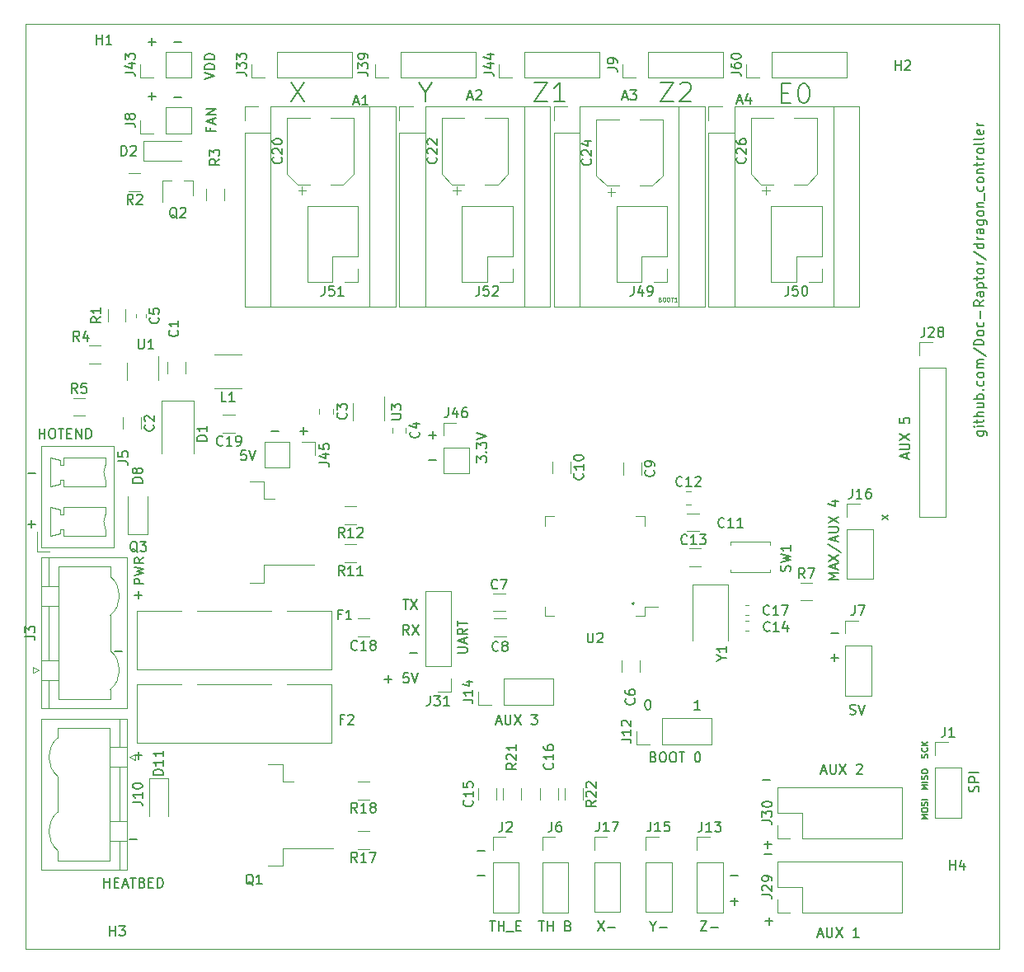
<source format=gbr>
G04 #@! TF.GenerationSoftware,KiCad,Pcbnew,(5.1.5)-3*
G04 #@! TF.CreationDate,2020-05-24T22:51:02+02:00*
G04 #@! TF.ProjectId,controller,636f6e74-726f-46c6-9c65-722e6b696361,rev?*
G04 #@! TF.SameCoordinates,Original*
G04 #@! TF.FileFunction,Legend,Top*
G04 #@! TF.FilePolarity,Positive*
%FSLAX46Y46*%
G04 Gerber Fmt 4.6, Leading zero omitted, Abs format (unit mm)*
G04 Created by KiCad (PCBNEW (5.1.5)-3) date 2020-05-24 22:51:02*
%MOMM*%
%LPD*%
G04 APERTURE LIST*
%ADD10C,0.150000*%
%ADD11C,0.107950*%
%ADD12C,0.050000*%
%ADD13C,0.120000*%
G04 APERTURE END LIST*
D10*
X122721714Y-66855619D02*
X123531238Y-66855619D01*
X123626476Y-66903238D01*
X123674095Y-66950857D01*
X123721714Y-67046095D01*
X123721714Y-67188952D01*
X123674095Y-67284190D01*
X123340761Y-66855619D02*
X123388380Y-66950857D01*
X123388380Y-67141333D01*
X123340761Y-67236571D01*
X123293142Y-67284190D01*
X123197904Y-67331809D01*
X122912190Y-67331809D01*
X122816952Y-67284190D01*
X122769333Y-67236571D01*
X122721714Y-67141333D01*
X122721714Y-66950857D01*
X122769333Y-66855619D01*
X123388380Y-66379428D02*
X122721714Y-66379428D01*
X122388380Y-66379428D02*
X122436000Y-66427047D01*
X122483619Y-66379428D01*
X122436000Y-66331809D01*
X122388380Y-66379428D01*
X122483619Y-66379428D01*
X122721714Y-66046095D02*
X122721714Y-65665142D01*
X122388380Y-65903238D02*
X123245523Y-65903238D01*
X123340761Y-65855619D01*
X123388380Y-65760380D01*
X123388380Y-65665142D01*
X123388380Y-65331809D02*
X122388380Y-65331809D01*
X123388380Y-64903238D02*
X122864571Y-64903238D01*
X122769333Y-64950857D01*
X122721714Y-65046095D01*
X122721714Y-65188952D01*
X122769333Y-65284190D01*
X122816952Y-65331809D01*
X122721714Y-63998476D02*
X123388380Y-63998476D01*
X122721714Y-64427047D02*
X123245523Y-64427047D01*
X123340761Y-64379428D01*
X123388380Y-64284190D01*
X123388380Y-64141333D01*
X123340761Y-64046095D01*
X123293142Y-63998476D01*
X123388380Y-63522285D02*
X122388380Y-63522285D01*
X122769333Y-63522285D02*
X122721714Y-63427047D01*
X122721714Y-63236571D01*
X122769333Y-63141333D01*
X122816952Y-63093714D01*
X122912190Y-63046095D01*
X123197904Y-63046095D01*
X123293142Y-63093714D01*
X123340761Y-63141333D01*
X123388380Y-63236571D01*
X123388380Y-63427047D01*
X123340761Y-63522285D01*
X123293142Y-62617523D02*
X123340761Y-62569904D01*
X123388380Y-62617523D01*
X123340761Y-62665142D01*
X123293142Y-62617523D01*
X123388380Y-62617523D01*
X123340761Y-61712761D02*
X123388380Y-61808000D01*
X123388380Y-61998476D01*
X123340761Y-62093714D01*
X123293142Y-62141333D01*
X123197904Y-62188952D01*
X122912190Y-62188952D01*
X122816952Y-62141333D01*
X122769333Y-62093714D01*
X122721714Y-61998476D01*
X122721714Y-61808000D01*
X122769333Y-61712761D01*
X123388380Y-61141333D02*
X123340761Y-61236571D01*
X123293142Y-61284190D01*
X123197904Y-61331809D01*
X122912190Y-61331809D01*
X122816952Y-61284190D01*
X122769333Y-61236571D01*
X122721714Y-61141333D01*
X122721714Y-60998476D01*
X122769333Y-60903238D01*
X122816952Y-60855619D01*
X122912190Y-60808000D01*
X123197904Y-60808000D01*
X123293142Y-60855619D01*
X123340761Y-60903238D01*
X123388380Y-60998476D01*
X123388380Y-61141333D01*
X123388380Y-60379428D02*
X122721714Y-60379428D01*
X122816952Y-60379428D02*
X122769333Y-60331809D01*
X122721714Y-60236571D01*
X122721714Y-60093714D01*
X122769333Y-59998476D01*
X122864571Y-59950857D01*
X123388380Y-59950857D01*
X122864571Y-59950857D02*
X122769333Y-59903238D01*
X122721714Y-59808000D01*
X122721714Y-59665142D01*
X122769333Y-59569904D01*
X122864571Y-59522285D01*
X123388380Y-59522285D01*
X122340761Y-58331809D02*
X123626476Y-59188952D01*
X123388380Y-57998476D02*
X122388380Y-57998476D01*
X122388380Y-57760380D01*
X122436000Y-57617523D01*
X122531238Y-57522285D01*
X122626476Y-57474666D01*
X122816952Y-57427047D01*
X122959809Y-57427047D01*
X123150285Y-57474666D01*
X123245523Y-57522285D01*
X123340761Y-57617523D01*
X123388380Y-57760380D01*
X123388380Y-57998476D01*
X123388380Y-56855619D02*
X123340761Y-56950857D01*
X123293142Y-56998476D01*
X123197904Y-57046095D01*
X122912190Y-57046095D01*
X122816952Y-56998476D01*
X122769333Y-56950857D01*
X122721714Y-56855619D01*
X122721714Y-56712761D01*
X122769333Y-56617523D01*
X122816952Y-56569904D01*
X122912190Y-56522285D01*
X123197904Y-56522285D01*
X123293142Y-56569904D01*
X123340761Y-56617523D01*
X123388380Y-56712761D01*
X123388380Y-56855619D01*
X123340761Y-55665142D02*
X123388380Y-55760380D01*
X123388380Y-55950857D01*
X123340761Y-56046095D01*
X123293142Y-56093714D01*
X123197904Y-56141333D01*
X122912190Y-56141333D01*
X122816952Y-56093714D01*
X122769333Y-56046095D01*
X122721714Y-55950857D01*
X122721714Y-55760380D01*
X122769333Y-55665142D01*
X123007428Y-55236571D02*
X123007428Y-54474666D01*
X123388380Y-53427047D02*
X122912190Y-53760380D01*
X123388380Y-53998476D02*
X122388380Y-53998476D01*
X122388380Y-53617523D01*
X122436000Y-53522285D01*
X122483619Y-53474666D01*
X122578857Y-53427047D01*
X122721714Y-53427047D01*
X122816952Y-53474666D01*
X122864571Y-53522285D01*
X122912190Y-53617523D01*
X122912190Y-53998476D01*
X123388380Y-52569904D02*
X122864571Y-52569904D01*
X122769333Y-52617523D01*
X122721714Y-52712761D01*
X122721714Y-52903238D01*
X122769333Y-52998476D01*
X123340761Y-52569904D02*
X123388380Y-52665142D01*
X123388380Y-52903238D01*
X123340761Y-52998476D01*
X123245523Y-53046095D01*
X123150285Y-53046095D01*
X123055047Y-52998476D01*
X123007428Y-52903238D01*
X123007428Y-52665142D01*
X122959809Y-52569904D01*
X122721714Y-52093714D02*
X123721714Y-52093714D01*
X122769333Y-52093714D02*
X122721714Y-51998476D01*
X122721714Y-51808000D01*
X122769333Y-51712761D01*
X122816952Y-51665142D01*
X122912190Y-51617523D01*
X123197904Y-51617523D01*
X123293142Y-51665142D01*
X123340761Y-51712761D01*
X123388380Y-51808000D01*
X123388380Y-51998476D01*
X123340761Y-52093714D01*
X122721714Y-51331809D02*
X122721714Y-50950857D01*
X122388380Y-51188952D02*
X123245523Y-51188952D01*
X123340761Y-51141333D01*
X123388380Y-51046095D01*
X123388380Y-50950857D01*
X123388380Y-50474666D02*
X123340761Y-50569904D01*
X123293142Y-50617523D01*
X123197904Y-50665142D01*
X122912190Y-50665142D01*
X122816952Y-50617523D01*
X122769333Y-50569904D01*
X122721714Y-50474666D01*
X122721714Y-50331809D01*
X122769333Y-50236571D01*
X122816952Y-50188952D01*
X122912190Y-50141333D01*
X123197904Y-50141333D01*
X123293142Y-50188952D01*
X123340761Y-50236571D01*
X123388380Y-50331809D01*
X123388380Y-50474666D01*
X123388380Y-49712761D02*
X122721714Y-49712761D01*
X122912190Y-49712761D02*
X122816952Y-49665142D01*
X122769333Y-49617523D01*
X122721714Y-49522285D01*
X122721714Y-49427047D01*
X122340761Y-48379428D02*
X123626476Y-49236571D01*
X123388380Y-47617523D02*
X122388380Y-47617523D01*
X123340761Y-47617523D02*
X123388380Y-47712761D01*
X123388380Y-47903238D01*
X123340761Y-47998476D01*
X123293142Y-48046095D01*
X123197904Y-48093714D01*
X122912190Y-48093714D01*
X122816952Y-48046095D01*
X122769333Y-47998476D01*
X122721714Y-47903238D01*
X122721714Y-47712761D01*
X122769333Y-47617523D01*
X123388380Y-47141333D02*
X122721714Y-47141333D01*
X122912190Y-47141333D02*
X122816952Y-47093714D01*
X122769333Y-47046095D01*
X122721714Y-46950857D01*
X122721714Y-46855619D01*
X123388380Y-46093714D02*
X122864571Y-46093714D01*
X122769333Y-46141333D01*
X122721714Y-46236571D01*
X122721714Y-46427047D01*
X122769333Y-46522285D01*
X123340761Y-46093714D02*
X123388380Y-46188952D01*
X123388380Y-46427047D01*
X123340761Y-46522285D01*
X123245523Y-46569904D01*
X123150285Y-46569904D01*
X123055047Y-46522285D01*
X123007428Y-46427047D01*
X123007428Y-46188952D01*
X122959809Y-46093714D01*
X122721714Y-45188952D02*
X123531238Y-45188952D01*
X123626476Y-45236571D01*
X123674095Y-45284190D01*
X123721714Y-45379428D01*
X123721714Y-45522285D01*
X123674095Y-45617523D01*
X123340761Y-45188952D02*
X123388380Y-45284190D01*
X123388380Y-45474666D01*
X123340761Y-45569904D01*
X123293142Y-45617523D01*
X123197904Y-45665142D01*
X122912190Y-45665142D01*
X122816952Y-45617523D01*
X122769333Y-45569904D01*
X122721714Y-45474666D01*
X122721714Y-45284190D01*
X122769333Y-45188952D01*
X123388380Y-44569904D02*
X123340761Y-44665142D01*
X123293142Y-44712761D01*
X123197904Y-44760380D01*
X122912190Y-44760380D01*
X122816952Y-44712761D01*
X122769333Y-44665142D01*
X122721714Y-44569904D01*
X122721714Y-44427047D01*
X122769333Y-44331809D01*
X122816952Y-44284190D01*
X122912190Y-44236571D01*
X123197904Y-44236571D01*
X123293142Y-44284190D01*
X123340761Y-44331809D01*
X123388380Y-44427047D01*
X123388380Y-44569904D01*
X122721714Y-43808000D02*
X123388380Y-43808000D01*
X122816952Y-43808000D02*
X122769333Y-43760380D01*
X122721714Y-43665142D01*
X122721714Y-43522285D01*
X122769333Y-43427047D01*
X122864571Y-43379428D01*
X123388380Y-43379428D01*
X123483619Y-43141333D02*
X123483619Y-42379428D01*
X123340761Y-41712761D02*
X123388380Y-41808000D01*
X123388380Y-41998476D01*
X123340761Y-42093714D01*
X123293142Y-42141333D01*
X123197904Y-42188952D01*
X122912190Y-42188952D01*
X122816952Y-42141333D01*
X122769333Y-42093714D01*
X122721714Y-41998476D01*
X122721714Y-41808000D01*
X122769333Y-41712761D01*
X123388380Y-41141333D02*
X123340761Y-41236571D01*
X123293142Y-41284190D01*
X123197904Y-41331809D01*
X122912190Y-41331809D01*
X122816952Y-41284190D01*
X122769333Y-41236571D01*
X122721714Y-41141333D01*
X122721714Y-40998476D01*
X122769333Y-40903238D01*
X122816952Y-40855619D01*
X122912190Y-40808000D01*
X123197904Y-40808000D01*
X123293142Y-40855619D01*
X123340761Y-40903238D01*
X123388380Y-40998476D01*
X123388380Y-41141333D01*
X122721714Y-40379428D02*
X123388380Y-40379428D01*
X122816952Y-40379428D02*
X122769333Y-40331809D01*
X122721714Y-40236571D01*
X122721714Y-40093714D01*
X122769333Y-39998476D01*
X122864571Y-39950857D01*
X123388380Y-39950857D01*
X122721714Y-39617523D02*
X122721714Y-39236571D01*
X122388380Y-39474666D02*
X123245523Y-39474666D01*
X123340761Y-39427047D01*
X123388380Y-39331809D01*
X123388380Y-39236571D01*
X123388380Y-38903238D02*
X122721714Y-38903238D01*
X122912190Y-38903238D02*
X122816952Y-38855619D01*
X122769333Y-38808000D01*
X122721714Y-38712761D01*
X122721714Y-38617523D01*
X123388380Y-38141333D02*
X123340761Y-38236571D01*
X123293142Y-38284190D01*
X123197904Y-38331809D01*
X122912190Y-38331809D01*
X122816952Y-38284190D01*
X122769333Y-38236571D01*
X122721714Y-38141333D01*
X122721714Y-37998476D01*
X122769333Y-37903238D01*
X122816952Y-37855619D01*
X122912190Y-37808000D01*
X123197904Y-37808000D01*
X123293142Y-37855619D01*
X123340761Y-37903238D01*
X123388380Y-37998476D01*
X123388380Y-38141333D01*
X123388380Y-37236571D02*
X123340761Y-37331809D01*
X123245523Y-37379428D01*
X122388380Y-37379428D01*
X123388380Y-36712761D02*
X123340761Y-36808000D01*
X123245523Y-36855619D01*
X122388380Y-36855619D01*
X123340761Y-35950857D02*
X123388380Y-36046095D01*
X123388380Y-36236571D01*
X123340761Y-36331809D01*
X123245523Y-36379428D01*
X122864571Y-36379428D01*
X122769333Y-36331809D01*
X122721714Y-36236571D01*
X122721714Y-36046095D01*
X122769333Y-35950857D01*
X122864571Y-35903238D01*
X122959809Y-35903238D01*
X123055047Y-36379428D01*
X123388380Y-35474666D02*
X122721714Y-35474666D01*
X122912190Y-35474666D02*
X122816952Y-35427047D01*
X122769333Y-35379428D01*
X122721714Y-35284190D01*
X122721714Y-35188952D01*
X112936261Y-75903666D02*
X113571261Y-75480333D01*
X112936261Y-75480333D02*
X113571261Y-75903666D01*
X117635261Y-106661857D02*
X117000261Y-106661857D01*
X117453833Y-106450190D01*
X117000261Y-106238523D01*
X117635261Y-106238523D01*
X117000261Y-105815190D02*
X117000261Y-105694238D01*
X117030500Y-105633761D01*
X117090976Y-105573285D01*
X117211928Y-105543047D01*
X117423595Y-105543047D01*
X117544547Y-105573285D01*
X117605023Y-105633761D01*
X117635261Y-105694238D01*
X117635261Y-105815190D01*
X117605023Y-105875666D01*
X117544547Y-105936142D01*
X117423595Y-105966380D01*
X117211928Y-105966380D01*
X117090976Y-105936142D01*
X117030500Y-105875666D01*
X117000261Y-105815190D01*
X117605023Y-105301142D02*
X117635261Y-105210428D01*
X117635261Y-105059238D01*
X117605023Y-104998761D01*
X117574785Y-104968523D01*
X117514309Y-104938285D01*
X117453833Y-104938285D01*
X117393357Y-104968523D01*
X117363119Y-104998761D01*
X117332880Y-105059238D01*
X117302642Y-105180190D01*
X117272404Y-105240666D01*
X117242166Y-105270904D01*
X117181690Y-105301142D01*
X117121214Y-105301142D01*
X117060738Y-105270904D01*
X117030500Y-105240666D01*
X117000261Y-105180190D01*
X117000261Y-105029000D01*
X117030500Y-104938285D01*
X117635261Y-104666142D02*
X117000261Y-104666142D01*
X117635261Y-103613857D02*
X117000261Y-103613857D01*
X117453833Y-103402190D01*
X117000261Y-103190523D01*
X117635261Y-103190523D01*
X117635261Y-102888142D02*
X117000261Y-102888142D01*
X117605023Y-102616000D02*
X117635261Y-102525285D01*
X117635261Y-102374095D01*
X117605023Y-102313619D01*
X117574785Y-102283380D01*
X117514309Y-102253142D01*
X117453833Y-102253142D01*
X117393357Y-102283380D01*
X117363119Y-102313619D01*
X117332880Y-102374095D01*
X117302642Y-102495047D01*
X117272404Y-102555523D01*
X117242166Y-102585761D01*
X117181690Y-102616000D01*
X117121214Y-102616000D01*
X117060738Y-102585761D01*
X117030500Y-102555523D01*
X117000261Y-102495047D01*
X117000261Y-102343857D01*
X117030500Y-102253142D01*
X117000261Y-101860047D02*
X117000261Y-101739095D01*
X117030500Y-101678619D01*
X117090976Y-101618142D01*
X117211928Y-101587904D01*
X117423595Y-101587904D01*
X117544547Y-101618142D01*
X117605023Y-101678619D01*
X117635261Y-101739095D01*
X117635261Y-101860047D01*
X117605023Y-101920523D01*
X117544547Y-101981000D01*
X117423595Y-102011238D01*
X117211928Y-102011238D01*
X117090976Y-101981000D01*
X117030500Y-101920523D01*
X117000261Y-101860047D01*
X117605023Y-100384428D02*
X117635261Y-100293714D01*
X117635261Y-100142523D01*
X117605023Y-100082047D01*
X117574785Y-100051809D01*
X117514309Y-100021571D01*
X117453833Y-100021571D01*
X117393357Y-100051809D01*
X117363119Y-100082047D01*
X117332880Y-100142523D01*
X117302642Y-100263476D01*
X117272404Y-100323952D01*
X117242166Y-100354190D01*
X117181690Y-100384428D01*
X117121214Y-100384428D01*
X117060738Y-100354190D01*
X117030500Y-100323952D01*
X117000261Y-100263476D01*
X117000261Y-100112285D01*
X117030500Y-100021571D01*
X117574785Y-99386571D02*
X117605023Y-99416809D01*
X117635261Y-99507523D01*
X117635261Y-99568000D01*
X117605023Y-99658714D01*
X117544547Y-99719190D01*
X117484071Y-99749428D01*
X117363119Y-99779666D01*
X117272404Y-99779666D01*
X117151452Y-99749428D01*
X117090976Y-99719190D01*
X117030500Y-99658714D01*
X117000261Y-99568000D01*
X117000261Y-99507523D01*
X117030500Y-99416809D01*
X117060738Y-99386571D01*
X117635261Y-99114428D02*
X117000261Y-99114428D01*
X117635261Y-98751571D02*
X117272404Y-99023714D01*
X117000261Y-98751571D02*
X117363119Y-99114428D01*
D11*
X90140366Y-53309157D02*
X90202052Y-53329719D01*
X90222614Y-53350280D01*
X90243176Y-53391404D01*
X90243176Y-53453090D01*
X90222614Y-53494214D01*
X90202052Y-53514776D01*
X90160928Y-53535338D01*
X89996433Y-53535338D01*
X89996433Y-53103538D01*
X90140366Y-53103538D01*
X90181490Y-53124100D01*
X90202052Y-53144661D01*
X90222614Y-53185785D01*
X90222614Y-53226909D01*
X90202052Y-53268033D01*
X90181490Y-53288595D01*
X90140366Y-53309157D01*
X89996433Y-53309157D01*
X90510480Y-53103538D02*
X90592728Y-53103538D01*
X90633852Y-53124100D01*
X90674976Y-53165223D01*
X90695538Y-53247471D01*
X90695538Y-53391404D01*
X90674976Y-53473652D01*
X90633852Y-53514776D01*
X90592728Y-53535338D01*
X90510480Y-53535338D01*
X90469357Y-53514776D01*
X90428233Y-53473652D01*
X90407671Y-53391404D01*
X90407671Y-53247471D01*
X90428233Y-53165223D01*
X90469357Y-53124100D01*
X90510480Y-53103538D01*
X90962842Y-53103538D02*
X91045090Y-53103538D01*
X91086214Y-53124100D01*
X91127338Y-53165223D01*
X91147900Y-53247471D01*
X91147900Y-53391404D01*
X91127338Y-53473652D01*
X91086214Y-53514776D01*
X91045090Y-53535338D01*
X90962842Y-53535338D01*
X90921719Y-53514776D01*
X90880595Y-53473652D01*
X90860033Y-53391404D01*
X90860033Y-53247471D01*
X90880595Y-53165223D01*
X90921719Y-53124100D01*
X90962842Y-53103538D01*
X91271271Y-53103538D02*
X91518014Y-53103538D01*
X91394642Y-53535338D02*
X91394642Y-53103538D01*
X91888128Y-53535338D02*
X91641385Y-53535338D01*
X91764757Y-53535338D02*
X91764757Y-53103538D01*
X91723633Y-53165223D01*
X91682509Y-53206347D01*
X91641385Y-53226909D01*
D10*
X26399333Y-67597180D02*
X26399333Y-66597180D01*
X26399333Y-67073371D02*
X26970761Y-67073371D01*
X26970761Y-67597180D02*
X26970761Y-66597180D01*
X27637428Y-66597180D02*
X27827904Y-66597180D01*
X27923142Y-66644800D01*
X28018380Y-66740038D01*
X28066000Y-66930514D01*
X28066000Y-67263847D01*
X28018380Y-67454323D01*
X27923142Y-67549561D01*
X27827904Y-67597180D01*
X27637428Y-67597180D01*
X27542190Y-67549561D01*
X27446952Y-67454323D01*
X27399333Y-67263847D01*
X27399333Y-66930514D01*
X27446952Y-66740038D01*
X27542190Y-66644800D01*
X27637428Y-66597180D01*
X28351714Y-66597180D02*
X28923142Y-66597180D01*
X28637428Y-67597180D02*
X28637428Y-66597180D01*
X29256476Y-67073371D02*
X29589809Y-67073371D01*
X29732666Y-67597180D02*
X29256476Y-67597180D01*
X29256476Y-66597180D01*
X29732666Y-66597180D01*
X30161238Y-67597180D02*
X30161238Y-66597180D01*
X30732666Y-67597180D01*
X30732666Y-66597180D01*
X31208857Y-67597180D02*
X31208857Y-66597180D01*
X31446952Y-66597180D01*
X31589809Y-66644800D01*
X31685047Y-66740038D01*
X31732666Y-66835276D01*
X31780285Y-67025752D01*
X31780285Y-67168609D01*
X31732666Y-67359085D01*
X31685047Y-67454323D01*
X31589809Y-67549561D01*
X31446952Y-67597180D01*
X31208857Y-67597180D01*
X33068000Y-113736380D02*
X33068000Y-112736380D01*
X33068000Y-113212571D02*
X33639428Y-113212571D01*
X33639428Y-113736380D02*
X33639428Y-112736380D01*
X34115619Y-113212571D02*
X34448952Y-113212571D01*
X34591809Y-113736380D02*
X34115619Y-113736380D01*
X34115619Y-112736380D01*
X34591809Y-112736380D01*
X34972761Y-113450666D02*
X35448952Y-113450666D01*
X34877523Y-113736380D02*
X35210857Y-112736380D01*
X35544190Y-113736380D01*
X35734666Y-112736380D02*
X36306095Y-112736380D01*
X36020380Y-113736380D02*
X36020380Y-112736380D01*
X36972761Y-113212571D02*
X37115619Y-113260190D01*
X37163238Y-113307809D01*
X37210857Y-113403047D01*
X37210857Y-113545904D01*
X37163238Y-113641142D01*
X37115619Y-113688761D01*
X37020380Y-113736380D01*
X36639428Y-113736380D01*
X36639428Y-112736380D01*
X36972761Y-112736380D01*
X37068000Y-112784000D01*
X37115619Y-112831619D01*
X37163238Y-112926857D01*
X37163238Y-113022095D01*
X37115619Y-113117333D01*
X37068000Y-113164952D01*
X36972761Y-113212571D01*
X36639428Y-113212571D01*
X37639428Y-113212571D02*
X37972761Y-113212571D01*
X38115619Y-113736380D02*
X37639428Y-113736380D01*
X37639428Y-112736380D01*
X38115619Y-112736380D01*
X38544190Y-113736380D02*
X38544190Y-112736380D01*
X38782285Y-112736380D01*
X38925142Y-112784000D01*
X39020380Y-112879238D01*
X39068000Y-112974476D01*
X39115619Y-113164952D01*
X39115619Y-113307809D01*
X39068000Y-113498285D01*
X39020380Y-113593523D01*
X38925142Y-113688761D01*
X38782285Y-113736380D01*
X38544190Y-113736380D01*
X122832761Y-103893809D02*
X122880380Y-103750952D01*
X122880380Y-103512857D01*
X122832761Y-103417619D01*
X122785142Y-103370000D01*
X122689904Y-103322380D01*
X122594666Y-103322380D01*
X122499428Y-103370000D01*
X122451809Y-103417619D01*
X122404190Y-103512857D01*
X122356571Y-103703333D01*
X122308952Y-103798571D01*
X122261333Y-103846190D01*
X122166095Y-103893809D01*
X122070857Y-103893809D01*
X121975619Y-103846190D01*
X121928000Y-103798571D01*
X121880380Y-103703333D01*
X121880380Y-103465238D01*
X121928000Y-103322380D01*
X122880380Y-102893809D02*
X121880380Y-102893809D01*
X121880380Y-102512857D01*
X121928000Y-102417619D01*
X121975619Y-102370000D01*
X122070857Y-102322380D01*
X122213714Y-102322380D01*
X122308952Y-102370000D01*
X122356571Y-102417619D01*
X122404190Y-102512857D01*
X122404190Y-102893809D01*
X122880380Y-101893809D02*
X121880380Y-101893809D01*
X88852380Y-94448380D02*
X88947619Y-94448380D01*
X89042857Y-94496000D01*
X89090476Y-94543619D01*
X89138095Y-94638857D01*
X89185714Y-94829333D01*
X89185714Y-95067428D01*
X89138095Y-95257904D01*
X89090476Y-95353142D01*
X89042857Y-95400761D01*
X88947619Y-95448380D01*
X88852380Y-95448380D01*
X88757142Y-95400761D01*
X88709523Y-95353142D01*
X88661904Y-95257904D01*
X88614285Y-95067428D01*
X88614285Y-94829333D01*
X88661904Y-94638857D01*
X88709523Y-94543619D01*
X88757142Y-94496000D01*
X88852380Y-94448380D01*
X94265714Y-95448380D02*
X93694285Y-95448380D01*
X93980000Y-95448380D02*
X93980000Y-94448380D01*
X93884761Y-94591238D01*
X93789523Y-94686476D01*
X93694285Y-94734095D01*
X89479714Y-100309371D02*
X89622571Y-100356990D01*
X89670190Y-100404609D01*
X89717809Y-100499847D01*
X89717809Y-100642704D01*
X89670190Y-100737942D01*
X89622571Y-100785561D01*
X89527333Y-100833180D01*
X89146380Y-100833180D01*
X89146380Y-99833180D01*
X89479714Y-99833180D01*
X89574952Y-99880800D01*
X89622571Y-99928419D01*
X89670190Y-100023657D01*
X89670190Y-100118895D01*
X89622571Y-100214133D01*
X89574952Y-100261752D01*
X89479714Y-100309371D01*
X89146380Y-100309371D01*
X90336857Y-99833180D02*
X90527333Y-99833180D01*
X90622571Y-99880800D01*
X90717809Y-99976038D01*
X90765428Y-100166514D01*
X90765428Y-100499847D01*
X90717809Y-100690323D01*
X90622571Y-100785561D01*
X90527333Y-100833180D01*
X90336857Y-100833180D01*
X90241619Y-100785561D01*
X90146380Y-100690323D01*
X90098761Y-100499847D01*
X90098761Y-100166514D01*
X90146380Y-99976038D01*
X90241619Y-99880800D01*
X90336857Y-99833180D01*
X91384476Y-99833180D02*
X91574952Y-99833180D01*
X91670190Y-99880800D01*
X91765428Y-99976038D01*
X91813047Y-100166514D01*
X91813047Y-100499847D01*
X91765428Y-100690323D01*
X91670190Y-100785561D01*
X91574952Y-100833180D01*
X91384476Y-100833180D01*
X91289238Y-100785561D01*
X91194000Y-100690323D01*
X91146380Y-100499847D01*
X91146380Y-100166514D01*
X91194000Y-99976038D01*
X91289238Y-99880800D01*
X91384476Y-99833180D01*
X92098761Y-99833180D02*
X92670190Y-99833180D01*
X92384476Y-100833180D02*
X92384476Y-99833180D01*
X93955904Y-99833180D02*
X94051142Y-99833180D01*
X94146380Y-99880800D01*
X94194000Y-99928419D01*
X94241619Y-100023657D01*
X94289238Y-100214133D01*
X94289238Y-100452228D01*
X94241619Y-100642704D01*
X94194000Y-100737942D01*
X94146380Y-100785561D01*
X94051142Y-100833180D01*
X93955904Y-100833180D01*
X93860666Y-100785561D01*
X93813047Y-100737942D01*
X93765428Y-100642704D01*
X93717809Y-100452228D01*
X93717809Y-100214133D01*
X93765428Y-100023657D01*
X93813047Y-99928419D01*
X93860666Y-99880800D01*
X93955904Y-99833180D01*
X87376000Y-84455000D02*
X87460666Y-84539666D01*
X87376000Y-84624333D01*
X87291333Y-84539666D01*
X87376000Y-84455000D01*
X87376000Y-84624333D01*
X107721447Y-87599828D02*
X108483352Y-87599828D01*
X71374047Y-109926428D02*
X72135952Y-109926428D01*
X71374047Y-112466428D02*
X72135952Y-112466428D01*
X97409047Y-112466428D02*
X98170952Y-112466428D01*
X97409047Y-115133428D02*
X98170952Y-115133428D01*
X97790000Y-115514380D02*
X97790000Y-114752476D01*
X100711047Y-102687428D02*
X101472952Y-102687428D01*
X100838047Y-109291428D02*
X101599952Y-109291428D01*
X101219000Y-109672380D02*
X101219000Y-108910476D01*
X100838047Y-110307428D02*
X101599952Y-110307428D01*
X100965047Y-117165428D02*
X101726952Y-117165428D01*
X101346000Y-117546380D02*
X101346000Y-116784476D01*
X107696047Y-90114428D02*
X108457952Y-90114428D01*
X108077000Y-90495380D02*
X108077000Y-89733476D01*
X63754095Y-84135980D02*
X64325523Y-84135980D01*
X64039809Y-85135980D02*
X64039809Y-84135980D01*
X64563619Y-84135980D02*
X65230285Y-85135980D01*
X65230285Y-84135980D02*
X64563619Y-85135980D01*
X64349333Y-87777580D02*
X64016000Y-87301390D01*
X63777904Y-87777580D02*
X63777904Y-86777580D01*
X64158857Y-86777580D01*
X64254095Y-86825200D01*
X64301714Y-86872819D01*
X64349333Y-86968057D01*
X64349333Y-87110914D01*
X64301714Y-87206152D01*
X64254095Y-87253771D01*
X64158857Y-87301390D01*
X63777904Y-87301390D01*
X64682666Y-86777580D02*
X65349333Y-87777580D01*
X65349333Y-86777580D02*
X64682666Y-87777580D01*
X64439847Y-89631828D02*
X65201752Y-89631828D01*
X61833333Y-92324228D02*
X62595238Y-92324228D01*
X62214285Y-92705180D02*
X62214285Y-91943276D01*
X64309523Y-91705180D02*
X63833333Y-91705180D01*
X63785714Y-92181371D01*
X63833333Y-92133752D01*
X63928571Y-92086133D01*
X64166666Y-92086133D01*
X64261904Y-92133752D01*
X64309523Y-92181371D01*
X64357142Y-92276609D01*
X64357142Y-92514704D01*
X64309523Y-92609942D01*
X64261904Y-92657561D01*
X64166666Y-92705180D01*
X63928571Y-92705180D01*
X63833333Y-92657561D01*
X63785714Y-92609942D01*
X64642857Y-91705180D02*
X64976190Y-92705180D01*
X65309523Y-91705180D01*
X69353180Y-89631638D02*
X70162704Y-89631638D01*
X70257942Y-89584019D01*
X70305561Y-89536400D01*
X70353180Y-89441161D01*
X70353180Y-89250685D01*
X70305561Y-89155447D01*
X70257942Y-89107828D01*
X70162704Y-89060209D01*
X69353180Y-89060209D01*
X70067466Y-88631638D02*
X70067466Y-88155447D01*
X70353180Y-88726876D02*
X69353180Y-88393542D01*
X70353180Y-88060209D01*
X70353180Y-87155447D02*
X69876990Y-87488780D01*
X70353180Y-87726876D02*
X69353180Y-87726876D01*
X69353180Y-87345923D01*
X69400800Y-87250685D01*
X69448419Y-87203066D01*
X69543657Y-87155447D01*
X69686514Y-87155447D01*
X69781752Y-87203066D01*
X69829371Y-87250685D01*
X69876990Y-87345923D01*
X69876990Y-87726876D01*
X69353180Y-86869733D02*
X69353180Y-86298304D01*
X70353180Y-86584019D02*
X69353180Y-86584019D01*
X72652142Y-117181380D02*
X73223571Y-117181380D01*
X72937857Y-118181380D02*
X72937857Y-117181380D01*
X73556904Y-118181380D02*
X73556904Y-117181380D01*
X73556904Y-117657571D02*
X74128333Y-117657571D01*
X74128333Y-118181380D02*
X74128333Y-117181380D01*
X74366428Y-118276619D02*
X75128333Y-118276619D01*
X75366428Y-117657571D02*
X75699761Y-117657571D01*
X75842619Y-118181380D02*
X75366428Y-118181380D01*
X75366428Y-117181380D01*
X75842619Y-117181380D01*
X77684523Y-117181380D02*
X78255952Y-117181380D01*
X77970238Y-118181380D02*
X77970238Y-117181380D01*
X78589285Y-118181380D02*
X78589285Y-117181380D01*
X78589285Y-117657571D02*
X79160714Y-117657571D01*
X79160714Y-118181380D02*
X79160714Y-117181380D01*
X80732142Y-117657571D02*
X80875000Y-117705190D01*
X80922619Y-117752809D01*
X80970238Y-117848047D01*
X80970238Y-117990904D01*
X80922619Y-118086142D01*
X80875000Y-118133761D01*
X80779761Y-118181380D01*
X80398809Y-118181380D01*
X80398809Y-117181380D01*
X80732142Y-117181380D01*
X80827380Y-117229000D01*
X80875000Y-117276619D01*
X80922619Y-117371857D01*
X80922619Y-117467095D01*
X80875000Y-117562333D01*
X80827380Y-117609952D01*
X80732142Y-117657571D01*
X80398809Y-117657571D01*
X83756619Y-117181380D02*
X84423285Y-118181380D01*
X84423285Y-117181380D02*
X83756619Y-118181380D01*
X84804238Y-117800428D02*
X85566142Y-117800428D01*
X89423952Y-117705190D02*
X89423952Y-118181380D01*
X89090619Y-117181380D02*
X89423952Y-117705190D01*
X89757285Y-117181380D01*
X90090619Y-117800428D02*
X90852523Y-117800428D01*
X94297619Y-117181380D02*
X94964285Y-117181380D01*
X94297619Y-118181380D01*
X94964285Y-118181380D01*
X95345238Y-117800428D02*
X96107142Y-117800428D01*
X108453180Y-82101819D02*
X107453180Y-82101819D01*
X108167466Y-81768485D01*
X107453180Y-81435152D01*
X108453180Y-81435152D01*
X108167466Y-81006580D02*
X108167466Y-80530390D01*
X108453180Y-81101819D02*
X107453180Y-80768485D01*
X108453180Y-80435152D01*
X107453180Y-80197057D02*
X108453180Y-79530390D01*
X107453180Y-79530390D02*
X108453180Y-80197057D01*
X107405561Y-78435152D02*
X108691276Y-79292295D01*
X108167466Y-78149438D02*
X108167466Y-77673247D01*
X108453180Y-78244676D02*
X107453180Y-77911342D01*
X108453180Y-77578009D01*
X107453180Y-77244676D02*
X108262704Y-77244676D01*
X108357942Y-77197057D01*
X108405561Y-77149438D01*
X108453180Y-77054200D01*
X108453180Y-76863723D01*
X108405561Y-76768485D01*
X108357942Y-76720866D01*
X108262704Y-76673247D01*
X107453180Y-76673247D01*
X107453180Y-76292295D02*
X108453180Y-75625628D01*
X107453180Y-75625628D02*
X108453180Y-76292295D01*
X107786514Y-74054200D02*
X108453180Y-74054200D01*
X107405561Y-74292295D02*
X108119847Y-74530390D01*
X108119847Y-73911342D01*
X109648714Y-95908761D02*
X109791571Y-95956380D01*
X110029666Y-95956380D01*
X110124904Y-95908761D01*
X110172523Y-95861142D01*
X110220142Y-95765904D01*
X110220142Y-95670666D01*
X110172523Y-95575428D01*
X110124904Y-95527809D01*
X110029666Y-95480190D01*
X109839190Y-95432571D01*
X109743952Y-95384952D01*
X109696333Y-95337333D01*
X109648714Y-95242095D01*
X109648714Y-95146857D01*
X109696333Y-95051619D01*
X109743952Y-95004000D01*
X109839190Y-94956380D01*
X110077285Y-94956380D01*
X110220142Y-95004000D01*
X110505857Y-94956380D02*
X110839190Y-95956380D01*
X111172523Y-94956380D01*
X35687047Y-108783428D02*
X36448952Y-108783428D01*
X36195047Y-100147428D02*
X36956952Y-100147428D01*
X36576000Y-100528380D02*
X36576000Y-99766476D01*
X34163047Y-89479428D02*
X34924952Y-89479428D01*
X36195047Y-83688228D02*
X36956952Y-83688228D01*
X36576000Y-84069180D02*
X36576000Y-83307276D01*
X25222247Y-71191428D02*
X25984152Y-71191428D01*
X25222247Y-76423828D02*
X25984152Y-76423828D01*
X25603200Y-76804780D02*
X25603200Y-76042876D01*
X37129980Y-82562533D02*
X36129980Y-82562533D01*
X36129980Y-82181580D01*
X36177600Y-82086342D01*
X36225219Y-82038723D01*
X36320457Y-81991104D01*
X36463314Y-81991104D01*
X36558552Y-82038723D01*
X36606171Y-82086342D01*
X36653790Y-82181580D01*
X36653790Y-82562533D01*
X36129980Y-81657771D02*
X37129980Y-81419676D01*
X36415695Y-81229200D01*
X37129980Y-81038723D01*
X36129980Y-80800628D01*
X37129980Y-79848247D02*
X36653790Y-80181580D01*
X37129980Y-80419676D02*
X36129980Y-80419676D01*
X36129980Y-80038723D01*
X36177600Y-79943485D01*
X36225219Y-79895866D01*
X36320457Y-79848247D01*
X36463314Y-79848247D01*
X36558552Y-79895866D01*
X36606171Y-79943485D01*
X36653790Y-80038723D01*
X36653790Y-80419676D01*
X43394380Y-30670333D02*
X44394380Y-30337000D01*
X43394380Y-30003666D01*
X44394380Y-29670333D02*
X43394380Y-29670333D01*
X43394380Y-29432238D01*
X43442000Y-29289380D01*
X43537238Y-29194142D01*
X43632476Y-29146523D01*
X43822952Y-29098904D01*
X43965809Y-29098904D01*
X44156285Y-29146523D01*
X44251523Y-29194142D01*
X44346761Y-29289380D01*
X44394380Y-29432238D01*
X44394380Y-29670333D01*
X44394380Y-28670333D02*
X43394380Y-28670333D01*
X43394380Y-28432238D01*
X43442000Y-28289380D01*
X43537238Y-28194142D01*
X43632476Y-28146523D01*
X43822952Y-28098904D01*
X43965809Y-28098904D01*
X44156285Y-28146523D01*
X44251523Y-28194142D01*
X44346761Y-28289380D01*
X44394380Y-28432238D01*
X44394380Y-28670333D01*
X37592047Y-32456428D02*
X38353952Y-32456428D01*
X37973000Y-32837380D02*
X37973000Y-32075476D01*
X40259047Y-32583428D02*
X41020952Y-32583428D01*
X43997571Y-35734523D02*
X43997571Y-36067857D01*
X44521380Y-36067857D02*
X43521380Y-36067857D01*
X43521380Y-35591666D01*
X44235666Y-35258333D02*
X44235666Y-34782142D01*
X44521380Y-35353571D02*
X43521380Y-35020238D01*
X44521380Y-34686904D01*
X44521380Y-34353571D02*
X43521380Y-34353571D01*
X44521380Y-33782142D01*
X43521380Y-33782142D01*
X40259047Y-26868428D02*
X41020952Y-26868428D01*
X37592047Y-26868428D02*
X38353952Y-26868428D01*
X37973000Y-27249380D02*
X37973000Y-26487476D01*
X53162247Y-66822628D02*
X53924152Y-66822628D01*
X53543200Y-67203580D02*
X53543200Y-66441676D01*
X50215847Y-66873428D02*
X50977752Y-66873428D01*
X47612323Y-68845180D02*
X47136133Y-68845180D01*
X47088514Y-69321371D01*
X47136133Y-69273752D01*
X47231371Y-69226133D01*
X47469466Y-69226133D01*
X47564704Y-69273752D01*
X47612323Y-69321371D01*
X47659942Y-69416609D01*
X47659942Y-69654704D01*
X47612323Y-69749942D01*
X47564704Y-69797561D01*
X47469466Y-69845180D01*
X47231371Y-69845180D01*
X47136133Y-69797561D01*
X47088514Y-69749942D01*
X47945657Y-68845180D02*
X48278990Y-69845180D01*
X48612323Y-68845180D01*
X66421047Y-69794428D02*
X67182952Y-69794428D01*
X66421047Y-67254428D02*
X67182952Y-67254428D01*
X66802000Y-67635380D02*
X66802000Y-66873476D01*
X71334380Y-70056190D02*
X71334380Y-69437142D01*
X71715333Y-69770476D01*
X71715333Y-69627619D01*
X71762952Y-69532380D01*
X71810571Y-69484761D01*
X71905809Y-69437142D01*
X72143904Y-69437142D01*
X72239142Y-69484761D01*
X72286761Y-69532380D01*
X72334380Y-69627619D01*
X72334380Y-69913333D01*
X72286761Y-70008571D01*
X72239142Y-70056190D01*
X72239142Y-69008571D02*
X72286761Y-68960952D01*
X72334380Y-69008571D01*
X72286761Y-69056190D01*
X72239142Y-69008571D01*
X72334380Y-69008571D01*
X71334380Y-68627619D02*
X71334380Y-68008571D01*
X71715333Y-68341904D01*
X71715333Y-68199047D01*
X71762952Y-68103809D01*
X71810571Y-68056190D01*
X71905809Y-68008571D01*
X72143904Y-68008571D01*
X72239142Y-68056190D01*
X72286761Y-68103809D01*
X72334380Y-68199047D01*
X72334380Y-68484761D01*
X72286761Y-68580000D01*
X72239142Y-68627619D01*
X71334380Y-67722857D02*
X72334380Y-67389523D01*
X71334380Y-67056190D01*
X115482666Y-69659238D02*
X115482666Y-69183047D01*
X115768380Y-69754476D02*
X114768380Y-69421142D01*
X115768380Y-69087809D01*
X114768380Y-68754476D02*
X115577904Y-68754476D01*
X115673142Y-68706857D01*
X115720761Y-68659238D01*
X115768380Y-68564000D01*
X115768380Y-68373523D01*
X115720761Y-68278285D01*
X115673142Y-68230666D01*
X115577904Y-68183047D01*
X114768380Y-68183047D01*
X114768380Y-67802095D02*
X115768380Y-67135428D01*
X114768380Y-67135428D02*
X115768380Y-67802095D01*
X114768380Y-65516380D02*
X114768380Y-65992571D01*
X115244571Y-66040190D01*
X115196952Y-65992571D01*
X115149333Y-65897333D01*
X115149333Y-65659238D01*
X115196952Y-65564000D01*
X115244571Y-65516380D01*
X115339809Y-65468761D01*
X115577904Y-65468761D01*
X115673142Y-65516380D01*
X115720761Y-65564000D01*
X115768380Y-65659238D01*
X115768380Y-65897333D01*
X115720761Y-65992571D01*
X115673142Y-66040190D01*
X106743761Y-101766666D02*
X107219952Y-101766666D01*
X106648523Y-102052380D02*
X106981857Y-101052380D01*
X107315190Y-102052380D01*
X107648523Y-101052380D02*
X107648523Y-101861904D01*
X107696142Y-101957142D01*
X107743761Y-102004761D01*
X107839000Y-102052380D01*
X108029476Y-102052380D01*
X108124714Y-102004761D01*
X108172333Y-101957142D01*
X108219952Y-101861904D01*
X108219952Y-101052380D01*
X108600904Y-101052380D02*
X109267571Y-102052380D01*
X109267571Y-101052380D02*
X108600904Y-102052380D01*
X110362809Y-101147619D02*
X110410428Y-101100000D01*
X110505666Y-101052380D01*
X110743761Y-101052380D01*
X110839000Y-101100000D01*
X110886619Y-101147619D01*
X110934238Y-101242857D01*
X110934238Y-101338095D01*
X110886619Y-101480952D01*
X110315190Y-102052380D01*
X110934238Y-102052380D01*
X106362761Y-118530666D02*
X106838952Y-118530666D01*
X106267523Y-118816380D02*
X106600857Y-117816380D01*
X106934190Y-118816380D01*
X107267523Y-117816380D02*
X107267523Y-118625904D01*
X107315142Y-118721142D01*
X107362761Y-118768761D01*
X107458000Y-118816380D01*
X107648476Y-118816380D01*
X107743714Y-118768761D01*
X107791333Y-118721142D01*
X107838952Y-118625904D01*
X107838952Y-117816380D01*
X108219904Y-117816380D02*
X108886571Y-118816380D01*
X108886571Y-117816380D02*
X108219904Y-118816380D01*
X110553238Y-118816380D02*
X109981809Y-118816380D01*
X110267523Y-118816380D02*
X110267523Y-117816380D01*
X110172285Y-117959238D01*
X110077047Y-118054476D01*
X109981809Y-118102095D01*
X73342761Y-96686666D02*
X73818952Y-96686666D01*
X73247523Y-96972380D02*
X73580857Y-95972380D01*
X73914190Y-96972380D01*
X74247523Y-95972380D02*
X74247523Y-96781904D01*
X74295142Y-96877142D01*
X74342761Y-96924761D01*
X74438000Y-96972380D01*
X74628476Y-96972380D01*
X74723714Y-96924761D01*
X74771333Y-96877142D01*
X74818952Y-96781904D01*
X74818952Y-95972380D01*
X75199904Y-95972380D02*
X75866571Y-96972380D01*
X75866571Y-95972380D02*
X75199904Y-96972380D01*
X76914190Y-95972380D02*
X77533238Y-95972380D01*
X77199904Y-96353333D01*
X77342761Y-96353333D01*
X77438000Y-96400952D01*
X77485619Y-96448571D01*
X77533238Y-96543809D01*
X77533238Y-96781904D01*
X77485619Y-96877142D01*
X77438000Y-96924761D01*
X77342761Y-96972380D01*
X77057047Y-96972380D01*
X76961809Y-96924761D01*
X76914190Y-96877142D01*
X102632047Y-32115142D02*
X103298714Y-32115142D01*
X103584428Y-33162761D02*
X102632047Y-33162761D01*
X102632047Y-31162761D01*
X103584428Y-31162761D01*
X104822523Y-31162761D02*
X105013000Y-31162761D01*
X105203476Y-31258000D01*
X105298714Y-31353238D01*
X105393952Y-31543714D01*
X105489190Y-31924666D01*
X105489190Y-32400857D01*
X105393952Y-32781809D01*
X105298714Y-32972285D01*
X105203476Y-33067523D01*
X105013000Y-33162761D01*
X104822523Y-33162761D01*
X104632047Y-33067523D01*
X104536809Y-32972285D01*
X104441571Y-32781809D01*
X104346333Y-32400857D01*
X104346333Y-31924666D01*
X104441571Y-31543714D01*
X104536809Y-31353238D01*
X104632047Y-31258000D01*
X104822523Y-31162761D01*
X90201952Y-31035761D02*
X91535285Y-31035761D01*
X90201952Y-33035761D01*
X91535285Y-33035761D01*
X92201952Y-31226238D02*
X92297190Y-31131000D01*
X92487666Y-31035761D01*
X92963857Y-31035761D01*
X93154333Y-31131000D01*
X93249571Y-31226238D01*
X93344809Y-31416714D01*
X93344809Y-31607190D01*
X93249571Y-31892904D01*
X92106714Y-33035761D01*
X93344809Y-33035761D01*
X77247952Y-31035761D02*
X78581285Y-31035761D01*
X77247952Y-33035761D01*
X78581285Y-33035761D01*
X80390809Y-33035761D02*
X79247952Y-33035761D01*
X79819380Y-33035761D02*
X79819380Y-31035761D01*
X79628904Y-31321476D01*
X79438428Y-31511952D01*
X79247952Y-31607190D01*
X66040000Y-32083380D02*
X66040000Y-33035761D01*
X65373333Y-31035761D02*
X66040000Y-32083380D01*
X66706666Y-31035761D01*
X52292333Y-31035761D02*
X53625666Y-33035761D01*
X53625666Y-31035761D02*
X52292333Y-33035761D01*
D12*
X125000000Y-25000000D02*
X125000000Y-120000000D01*
X25000000Y-120000000D02*
X125000000Y-120000000D01*
X25000000Y-25000000D02*
X25000000Y-120000000D01*
X25000000Y-25000000D02*
X125000000Y-25000000D01*
D13*
X36240800Y-100030000D02*
X36240800Y-100630000D01*
X35640800Y-100330000D02*
X36240800Y-100030000D01*
X36240800Y-100630000D02*
X35640800Y-100330000D01*
X28330800Y-110960000D02*
X28330800Y-109950000D01*
X33630800Y-110960000D02*
X28330800Y-110960000D01*
X33630800Y-97320000D02*
X33630800Y-110960000D01*
X28330800Y-97320000D02*
X33630800Y-97320000D01*
X28330800Y-98330000D02*
X28330800Y-97320000D01*
X28330800Y-102330000D02*
X28330800Y-105950000D01*
X33630800Y-108950000D02*
X33630800Y-106950000D01*
X35440800Y-108950000D02*
X33630800Y-108950000D01*
X35440800Y-106950000D02*
X35440800Y-108950000D01*
X33630800Y-106950000D02*
X35440800Y-106950000D01*
X33630800Y-101330000D02*
X33630800Y-99330000D01*
X35440800Y-101330000D02*
X33630800Y-101330000D01*
X35440800Y-99330000D02*
X35440800Y-101330000D01*
X33630800Y-99330000D02*
X35440800Y-99330000D01*
X34630800Y-101330000D02*
X34630800Y-106950000D01*
X34630800Y-111870000D02*
X34630800Y-109060000D01*
X34630800Y-96410000D02*
X34630800Y-99220000D01*
X35440800Y-111870000D02*
X35440800Y-96410000D01*
X26620800Y-111870000D02*
X35440800Y-111870000D01*
X26620800Y-96410000D02*
X26620800Y-111870000D01*
X35440800Y-96410000D02*
X26620800Y-96410000D01*
X28314979Y-109936841D02*
G75*
G02X28330800Y-105950000I1665821J1986841D01*
G01*
X28314979Y-102316841D02*
G75*
G02X28330800Y-98330000I1665821J1986841D01*
G01*
X25786000Y-91689200D02*
X25786000Y-91089200D01*
X26386000Y-91389200D02*
X25786000Y-91689200D01*
X25786000Y-91089200D02*
X26386000Y-91389200D01*
X33696000Y-80759200D02*
X33696000Y-81769200D01*
X28396000Y-80759200D02*
X33696000Y-80759200D01*
X28396000Y-94399200D02*
X28396000Y-80759200D01*
X33696000Y-94399200D02*
X28396000Y-94399200D01*
X33696000Y-93389200D02*
X33696000Y-94399200D01*
X33696000Y-89389200D02*
X33696000Y-85769200D01*
X28396000Y-82769200D02*
X28396000Y-84769200D01*
X26586000Y-82769200D02*
X28396000Y-82769200D01*
X26586000Y-84769200D02*
X26586000Y-82769200D01*
X28396000Y-84769200D02*
X26586000Y-84769200D01*
X28396000Y-90389200D02*
X28396000Y-92389200D01*
X26586000Y-90389200D02*
X28396000Y-90389200D01*
X26586000Y-92389200D02*
X26586000Y-90389200D01*
X28396000Y-92389200D02*
X26586000Y-92389200D01*
X27396000Y-90389200D02*
X27396000Y-84769200D01*
X27396000Y-79849200D02*
X27396000Y-82659200D01*
X27396000Y-95309200D02*
X27396000Y-92499200D01*
X26586000Y-79849200D02*
X26586000Y-95309200D01*
X35406000Y-79849200D02*
X26586000Y-79849200D01*
X35406000Y-95309200D02*
X35406000Y-79849200D01*
X26586000Y-95309200D02*
X35406000Y-95309200D01*
X33711821Y-81782359D02*
G75*
G02X33696000Y-85769200I-1665821J-1986841D01*
G01*
X33711821Y-89402359D02*
G75*
G02X33696000Y-93389200I-1665821J-1986841D01*
G01*
X118405600Y-98796800D02*
X119735600Y-98796800D01*
X118405600Y-100126800D02*
X118405600Y-98796800D01*
X118405600Y-101396800D02*
X121065600Y-101396800D01*
X121065600Y-101396800D02*
X121065600Y-106536800D01*
X118405600Y-101396800D02*
X118405600Y-106536800D01*
X118405600Y-106536800D02*
X121065600Y-106536800D01*
X88574400Y-84881200D02*
X89914400Y-84881200D01*
X88574400Y-85831200D02*
X88574400Y-84881200D01*
X87624400Y-85831200D02*
X88574400Y-85831200D01*
X78354400Y-85831200D02*
X78354400Y-84881200D01*
X79304400Y-85831200D02*
X78354400Y-85831200D01*
X88574400Y-75611200D02*
X88574400Y-76561200D01*
X87624400Y-75611200D02*
X88574400Y-75611200D01*
X78354400Y-75611200D02*
X78354400Y-76561200D01*
X79304400Y-75611200D02*
X78354400Y-75611200D01*
X93500800Y-82598800D02*
X93500800Y-88348800D01*
X97100800Y-82598800D02*
X93500800Y-82598800D01*
X97100800Y-88348800D02*
X97100800Y-82598800D01*
X80370000Y-103537936D02*
X80370000Y-104742064D01*
X82190000Y-103537936D02*
X82190000Y-104742064D01*
X74020000Y-103537936D02*
X74020000Y-104742064D01*
X75840000Y-103537936D02*
X75840000Y-104742064D01*
X60292064Y-102849000D02*
X59087936Y-102849000D01*
X60292064Y-104669000D02*
X59087936Y-104669000D01*
X60292064Y-107929000D02*
X59087936Y-107929000D01*
X60292064Y-109749000D02*
X59087936Y-109749000D01*
X58971264Y-74578800D02*
X57767136Y-74578800D01*
X58971264Y-76398800D02*
X57767136Y-76398800D01*
X58971264Y-78490400D02*
X57767136Y-78490400D01*
X58971264Y-80310400D02*
X57767136Y-80310400D01*
X45360000Y-43147064D02*
X45360000Y-41942936D01*
X43540000Y-43147064D02*
X43540000Y-41942936D01*
X36797064Y-40365000D02*
X35592936Y-40365000D01*
X36797064Y-42185000D02*
X35592936Y-42185000D01*
X49482800Y-73826000D02*
X50582800Y-73826000D01*
X49482800Y-72016000D02*
X49482800Y-73826000D01*
X47982800Y-72016000D02*
X49482800Y-72016000D01*
X49482800Y-80606000D02*
X54607800Y-80606000D01*
X49482800Y-82416000D02*
X49482800Y-80606000D01*
X47982800Y-82416000D02*
X49482800Y-82416000D01*
X42220000Y-41150000D02*
X42220000Y-42610000D01*
X39060000Y-41150000D02*
X39060000Y-43310000D01*
X39060000Y-41150000D02*
X39990000Y-41150000D01*
X42220000Y-41150000D02*
X41290000Y-41150000D01*
X51413200Y-102883600D02*
X52513200Y-102883600D01*
X51413200Y-101073600D02*
X51413200Y-102883600D01*
X49913200Y-101073600D02*
X51413200Y-101073600D01*
X51413200Y-109663600D02*
X56538200Y-109663600D01*
X51413200Y-111473600D02*
X51413200Y-109663600D01*
X49913200Y-111473600D02*
X51413200Y-111473600D01*
X99000000Y-30540000D02*
X99000000Y-29210000D01*
X100330000Y-30540000D02*
X99000000Y-30540000D01*
X101600000Y-30540000D02*
X101600000Y-27880000D01*
X101600000Y-27880000D02*
X109280000Y-27880000D01*
X101600000Y-30540000D02*
X109280000Y-30540000D01*
X109280000Y-30540000D02*
X109280000Y-27880000D01*
X74990000Y-51495000D02*
X73660000Y-51495000D01*
X74990000Y-50165000D02*
X74990000Y-51495000D01*
X72390000Y-51495000D02*
X69790000Y-51495000D01*
X72390000Y-48895000D02*
X72390000Y-51495000D01*
X74990000Y-48895000D02*
X72390000Y-48895000D01*
X69790000Y-51495000D02*
X69790000Y-43755000D01*
X74990000Y-48895000D02*
X74990000Y-43755000D01*
X74990000Y-43755000D02*
X69790000Y-43755000D01*
X59115000Y-51495000D02*
X57785000Y-51495000D01*
X59115000Y-50165000D02*
X59115000Y-51495000D01*
X56515000Y-51495000D02*
X53915000Y-51495000D01*
X56515000Y-48895000D02*
X56515000Y-51495000D01*
X59115000Y-48895000D02*
X56515000Y-48895000D01*
X53915000Y-51495000D02*
X53915000Y-43755000D01*
X59115000Y-48895000D02*
X59115000Y-43755000D01*
X59115000Y-43755000D02*
X53915000Y-43755000D01*
X106740000Y-51495000D02*
X105410000Y-51495000D01*
X106740000Y-50165000D02*
X106740000Y-51495000D01*
X104140000Y-51495000D02*
X101540000Y-51495000D01*
X104140000Y-48895000D02*
X104140000Y-51495000D01*
X106740000Y-48895000D02*
X104140000Y-48895000D01*
X101540000Y-51495000D02*
X101540000Y-43755000D01*
X106740000Y-48895000D02*
X106740000Y-43755000D01*
X106740000Y-43755000D02*
X101540000Y-43755000D01*
X90865000Y-51495000D02*
X89535000Y-51495000D01*
X90865000Y-50165000D02*
X90865000Y-51495000D01*
X88265000Y-51495000D02*
X85665000Y-51495000D01*
X88265000Y-48895000D02*
X88265000Y-51495000D01*
X90865000Y-48895000D02*
X88265000Y-48895000D01*
X85665000Y-51495000D02*
X85665000Y-43755000D01*
X90865000Y-48895000D02*
X90865000Y-43755000D01*
X90865000Y-43755000D02*
X85665000Y-43755000D01*
X67885000Y-65980000D02*
X69215000Y-65980000D01*
X67885000Y-67310000D02*
X67885000Y-65980000D01*
X67885000Y-68580000D02*
X70545000Y-68580000D01*
X70545000Y-68580000D02*
X70545000Y-71180000D01*
X67885000Y-68580000D02*
X67885000Y-71180000D01*
X67885000Y-71180000D02*
X70545000Y-71180000D01*
X54720800Y-67961200D02*
X54720800Y-69291200D01*
X53390800Y-67961200D02*
X54720800Y-67961200D01*
X52120800Y-67961200D02*
X52120800Y-70621200D01*
X52120800Y-70621200D02*
X49520800Y-70621200D01*
X52120800Y-67961200D02*
X49520800Y-67961200D01*
X49520800Y-67961200D02*
X49520800Y-70621200D01*
X73600000Y-30540000D02*
X73600000Y-29210000D01*
X74930000Y-30540000D02*
X73600000Y-30540000D01*
X76200000Y-30540000D02*
X76200000Y-27880000D01*
X76200000Y-27880000D02*
X83880000Y-27880000D01*
X76200000Y-30540000D02*
X83880000Y-30540000D01*
X83880000Y-30540000D02*
X83880000Y-27880000D01*
X36770000Y-30540000D02*
X36770000Y-29210000D01*
X38100000Y-30540000D02*
X36770000Y-30540000D01*
X39370000Y-30540000D02*
X39370000Y-27880000D01*
X39370000Y-27880000D02*
X41970000Y-27880000D01*
X39370000Y-30540000D02*
X41970000Y-30540000D01*
X41970000Y-30540000D02*
X41970000Y-27880000D01*
X60900000Y-30540000D02*
X60900000Y-29210000D01*
X62230000Y-30540000D02*
X60900000Y-30540000D01*
X63500000Y-30540000D02*
X63500000Y-27880000D01*
X63500000Y-27880000D02*
X71180000Y-27880000D01*
X63500000Y-30540000D02*
X71180000Y-30540000D01*
X71180000Y-30540000D02*
X71180000Y-27880000D01*
X48200000Y-30540000D02*
X48200000Y-29210000D01*
X49530000Y-30540000D02*
X48200000Y-30540000D01*
X50800000Y-30540000D02*
X50800000Y-27880000D01*
X50800000Y-27880000D02*
X58480000Y-27880000D01*
X50800000Y-30540000D02*
X58480000Y-30540000D01*
X58480000Y-30540000D02*
X58480000Y-27880000D01*
X68690800Y-93582800D02*
X67360800Y-93582800D01*
X68690800Y-92252800D02*
X68690800Y-93582800D01*
X68690800Y-90982800D02*
X66030800Y-90982800D01*
X66030800Y-90982800D02*
X66030800Y-83302800D01*
X68690800Y-90982800D02*
X68690800Y-83302800D01*
X68690800Y-83302800D02*
X66030800Y-83302800D01*
X102175000Y-108645000D02*
X102175000Y-107315000D01*
X103505000Y-108645000D02*
X102175000Y-108645000D01*
X102175000Y-106045000D02*
X102175000Y-103445000D01*
X104775000Y-106045000D02*
X102175000Y-106045000D01*
X104775000Y-108645000D02*
X104775000Y-106045000D01*
X102175000Y-103445000D02*
X114995000Y-103445000D01*
X104775000Y-108645000D02*
X114995000Y-108645000D01*
X114995000Y-108645000D02*
X114995000Y-103445000D01*
X102175000Y-116265000D02*
X102175000Y-114935000D01*
X103505000Y-116265000D02*
X102175000Y-116265000D01*
X102175000Y-113665000D02*
X102175000Y-111065000D01*
X104775000Y-113665000D02*
X102175000Y-113665000D01*
X104775000Y-116265000D02*
X104775000Y-113665000D01*
X102175000Y-111065000D02*
X114995000Y-111065000D01*
X104775000Y-116265000D02*
X114995000Y-116265000D01*
X114995000Y-116265000D02*
X114995000Y-111065000D01*
X116780000Y-57725000D02*
X118110000Y-57725000D01*
X116780000Y-59055000D02*
X116780000Y-57725000D01*
X116780000Y-60325000D02*
X119440000Y-60325000D01*
X119440000Y-60325000D02*
X119440000Y-75625000D01*
X116780000Y-60325000D02*
X116780000Y-75625000D01*
X116780000Y-75625000D02*
X119440000Y-75625000D01*
X83390000Y-108500000D02*
X84720000Y-108500000D01*
X83390000Y-109830000D02*
X83390000Y-108500000D01*
X83390000Y-111100000D02*
X86050000Y-111100000D01*
X86050000Y-111100000D02*
X86050000Y-116240000D01*
X83390000Y-111100000D02*
X83390000Y-116240000D01*
X83390000Y-116240000D02*
X86050000Y-116240000D01*
X109363200Y-74311200D02*
X110693200Y-74311200D01*
X109363200Y-75641200D02*
X109363200Y-74311200D01*
X109363200Y-76911200D02*
X112023200Y-76911200D01*
X112023200Y-76911200D02*
X112023200Y-82051200D01*
X109363200Y-76911200D02*
X109363200Y-82051200D01*
X109363200Y-82051200D02*
X112023200Y-82051200D01*
X88675000Y-108500000D02*
X90005000Y-108500000D01*
X88675000Y-109830000D02*
X88675000Y-108500000D01*
X88675000Y-111100000D02*
X91335000Y-111100000D01*
X91335000Y-111100000D02*
X91335000Y-116240000D01*
X88675000Y-111100000D02*
X88675000Y-116240000D01*
X88675000Y-116240000D02*
X91335000Y-116240000D01*
X71466400Y-94954400D02*
X71466400Y-93624400D01*
X72796400Y-94954400D02*
X71466400Y-94954400D01*
X74066400Y-94954400D02*
X74066400Y-92294400D01*
X74066400Y-92294400D02*
X79206400Y-92294400D01*
X74066400Y-94954400D02*
X79206400Y-94954400D01*
X79206400Y-94954400D02*
X79206400Y-92294400D01*
X93920000Y-108525000D02*
X95250000Y-108525000D01*
X93920000Y-109855000D02*
X93920000Y-108525000D01*
X93920000Y-111125000D02*
X96580000Y-111125000D01*
X96580000Y-111125000D02*
X96580000Y-116265000D01*
X93920000Y-111125000D02*
X93920000Y-116265000D01*
X93920000Y-116265000D02*
X96580000Y-116265000D01*
X87722400Y-99018400D02*
X87722400Y-97688400D01*
X89052400Y-99018400D02*
X87722400Y-99018400D01*
X90322400Y-99018400D02*
X90322400Y-96358400D01*
X90322400Y-96358400D02*
X95462400Y-96358400D01*
X90322400Y-99018400D02*
X95462400Y-99018400D01*
X95462400Y-99018400D02*
X95462400Y-96358400D01*
X86300000Y-30540000D02*
X86300000Y-29210000D01*
X87630000Y-30540000D02*
X86300000Y-30540000D01*
X88900000Y-30540000D02*
X88900000Y-27880000D01*
X88900000Y-27880000D02*
X96580000Y-27880000D01*
X88900000Y-30540000D02*
X96580000Y-30540000D01*
X96580000Y-30540000D02*
X96580000Y-27880000D01*
X36770000Y-36255000D02*
X36770000Y-34925000D01*
X38100000Y-36255000D02*
X36770000Y-36255000D01*
X39370000Y-36255000D02*
X39370000Y-33595000D01*
X39370000Y-33595000D02*
X41970000Y-33595000D01*
X39370000Y-36255000D02*
X41970000Y-36255000D01*
X41970000Y-36255000D02*
X41970000Y-33595000D01*
X109160000Y-86300000D02*
X110490000Y-86300000D01*
X109160000Y-87630000D02*
X109160000Y-86300000D01*
X109160000Y-88900000D02*
X111820000Y-88900000D01*
X111820000Y-88900000D02*
X111820000Y-94040000D01*
X109160000Y-88900000D02*
X109160000Y-94040000D01*
X109160000Y-94040000D02*
X111820000Y-94040000D01*
X78045000Y-108525000D02*
X79375000Y-108525000D01*
X78045000Y-109855000D02*
X78045000Y-108525000D01*
X78045000Y-111125000D02*
X80705000Y-111125000D01*
X80705000Y-111125000D02*
X80705000Y-116265000D01*
X78045000Y-111125000D02*
X78045000Y-116265000D01*
X78045000Y-116265000D02*
X80705000Y-116265000D01*
X26188800Y-79189200D02*
X26188800Y-77189200D01*
X27438800Y-79189200D02*
X26188800Y-79189200D01*
X33188800Y-69569200D02*
X33188800Y-70319200D01*
X28888800Y-69569200D02*
X33188800Y-69569200D01*
X28888800Y-70319200D02*
X28888800Y-69569200D01*
X28538800Y-70319200D02*
X28888800Y-70319200D01*
X28538800Y-69819200D02*
X28538800Y-70319200D01*
X27538800Y-69569200D02*
X28538800Y-69819200D01*
X27538800Y-72569200D02*
X27538800Y-69569200D01*
X28538800Y-72319200D02*
X27538800Y-72569200D01*
X28538800Y-71819200D02*
X28538800Y-72319200D01*
X28888800Y-71819200D02*
X28538800Y-71819200D01*
X28888800Y-72569200D02*
X28888800Y-71819200D01*
X33188800Y-72569200D02*
X28888800Y-72569200D01*
X33188800Y-71819200D02*
X33188800Y-72569200D01*
X33188800Y-74649200D02*
X33188800Y-75399200D01*
X28888800Y-74649200D02*
X33188800Y-74649200D01*
X28888800Y-75399200D02*
X28888800Y-74649200D01*
X28538800Y-75399200D02*
X28888800Y-75399200D01*
X28538800Y-74899200D02*
X28538800Y-75399200D01*
X27538800Y-74649200D02*
X28538800Y-74899200D01*
X27538800Y-77649200D02*
X27538800Y-74649200D01*
X28538800Y-77399200D02*
X27538800Y-77649200D01*
X28538800Y-76899200D02*
X28538800Y-77399200D01*
X28888800Y-76899200D02*
X28538800Y-76899200D01*
X28888800Y-77649200D02*
X28888800Y-76899200D01*
X33188800Y-77649200D02*
X28888800Y-77649200D01*
X33188800Y-76899200D02*
X33188800Y-77649200D01*
X26578800Y-68419200D02*
X26578800Y-78799200D01*
X34048800Y-68419200D02*
X26578800Y-68419200D01*
X34048800Y-78799200D02*
X34048800Y-68419200D01*
X26578800Y-78799200D02*
X34048800Y-78799200D01*
X33188645Y-70319553D02*
G75*
G03X33188800Y-71819200I1700155J-749647D01*
G01*
X33188645Y-75399553D02*
G75*
G03X33188800Y-76899200I1700155J-749647D01*
G01*
X72965000Y-108525000D02*
X74295000Y-108525000D01*
X72965000Y-109855000D02*
X72965000Y-108525000D01*
X72965000Y-111125000D02*
X75625000Y-111125000D01*
X75625000Y-111125000D02*
X75625000Y-116265000D01*
X72965000Y-111125000D02*
X72965000Y-116265000D01*
X72965000Y-116265000D02*
X75625000Y-116265000D01*
X51828400Y-92840400D02*
X56408400Y-92840400D01*
X42618400Y-92840400D02*
X50188400Y-92840400D01*
X36408400Y-98840400D02*
X36408400Y-92840400D01*
X56408400Y-98840400D02*
X36408400Y-98840400D01*
X56408400Y-92840400D02*
X56408400Y-98840400D01*
X36408400Y-92840400D02*
X40998400Y-92840400D01*
X51828400Y-85322000D02*
X56408400Y-85322000D01*
X42618400Y-85322000D02*
X50188400Y-85322000D01*
X36408400Y-91322000D02*
X36408400Y-85322000D01*
X56408400Y-91322000D02*
X36408400Y-91322000D01*
X56408400Y-85322000D02*
X56408400Y-91322000D01*
X36408400Y-85322000D02*
X40998400Y-85322000D01*
X39658800Y-102499600D02*
X39658800Y-106399600D01*
X37658800Y-102499600D02*
X37658800Y-106399600D01*
X39658800Y-102499600D02*
X37658800Y-102499600D01*
X35525200Y-77484800D02*
X35525200Y-73584800D01*
X37525200Y-77484800D02*
X37525200Y-73584800D01*
X35525200Y-77484800D02*
X37525200Y-77484800D01*
X37120000Y-37100000D02*
X41020000Y-37100000D01*
X37120000Y-39100000D02*
X41020000Y-39100000D01*
X37120000Y-37100000D02*
X37120000Y-39100000D01*
X100628750Y-42143750D02*
X101416250Y-42143750D01*
X101022500Y-42537500D02*
X101022500Y-41750000D01*
X105215563Y-41510000D02*
X106280000Y-40445563D01*
X100524437Y-41510000D02*
X99460000Y-40445563D01*
X100524437Y-41510000D02*
X101810000Y-41510000D01*
X105215563Y-41510000D02*
X103930000Y-41510000D01*
X106280000Y-40445563D02*
X106280000Y-34690000D01*
X99460000Y-40445563D02*
X99460000Y-34690000D01*
X99460000Y-34690000D02*
X101810000Y-34690000D01*
X106280000Y-34690000D02*
X103930000Y-34690000D01*
X84753750Y-42303750D02*
X85541250Y-42303750D01*
X85147500Y-42697500D02*
X85147500Y-41910000D01*
X89340563Y-41670000D02*
X90405000Y-40605563D01*
X84649437Y-41670000D02*
X83585000Y-40605563D01*
X84649437Y-41670000D02*
X85935000Y-41670000D01*
X89340563Y-41670000D02*
X88055000Y-41670000D01*
X90405000Y-40605563D02*
X90405000Y-34850000D01*
X83585000Y-40605563D02*
X83585000Y-34850000D01*
X83585000Y-34850000D02*
X85935000Y-34850000D01*
X90405000Y-34850000D02*
X88055000Y-34850000D01*
X68878750Y-42143750D02*
X69666250Y-42143750D01*
X69272500Y-42537500D02*
X69272500Y-41750000D01*
X73465563Y-41510000D02*
X74530000Y-40445563D01*
X68774437Y-41510000D02*
X67710000Y-40445563D01*
X68774437Y-41510000D02*
X70060000Y-41510000D01*
X73465563Y-41510000D02*
X72180000Y-41510000D01*
X74530000Y-40445563D02*
X74530000Y-34690000D01*
X67710000Y-40445563D02*
X67710000Y-34690000D01*
X67710000Y-34690000D02*
X70060000Y-34690000D01*
X74530000Y-34690000D02*
X72180000Y-34690000D01*
X53003750Y-42143750D02*
X53791250Y-42143750D01*
X53397500Y-42537500D02*
X53397500Y-41750000D01*
X57590563Y-41510000D02*
X58655000Y-40445563D01*
X52899437Y-41510000D02*
X51835000Y-40445563D01*
X52899437Y-41510000D02*
X54185000Y-41510000D01*
X57590563Y-41510000D02*
X56305000Y-41510000D01*
X58655000Y-40445563D02*
X58655000Y-34690000D01*
X51835000Y-40445563D02*
X51835000Y-34690000D01*
X51835000Y-34690000D02*
X54185000Y-34690000D01*
X58655000Y-34690000D02*
X56305000Y-34690000D01*
X59087936Y-87905000D02*
X60292064Y-87905000D01*
X59087936Y-86085000D02*
X60292064Y-86085000D01*
X99222779Y-84732400D02*
X98897221Y-84732400D01*
X99222779Y-85752400D02*
X98897221Y-85752400D01*
X79650000Y-104742064D02*
X79650000Y-103537936D01*
X77830000Y-104742064D02*
X77830000Y-103537936D01*
X73300000Y-104742064D02*
X73300000Y-103537936D01*
X71480000Y-104742064D02*
X71480000Y-103537936D01*
X99222779Y-86358000D02*
X98897221Y-86358000D01*
X99222779Y-87378000D02*
X98897221Y-87378000D01*
X93123936Y-80716800D02*
X94328064Y-80716800D01*
X93123936Y-78896800D02*
X94328064Y-78896800D01*
X92807022Y-74420800D02*
X93324178Y-74420800D01*
X92807022Y-73000800D02*
X93324178Y-73000800D01*
X92920736Y-77110000D02*
X94124864Y-77110000D01*
X92920736Y-75290000D02*
X94124864Y-75290000D01*
X79100000Y-69959136D02*
X79100000Y-71163264D01*
X80920000Y-69959136D02*
X80920000Y-71163264D01*
X86415200Y-70111536D02*
X86415200Y-71315664D01*
X88235200Y-70111536D02*
X88235200Y-71315664D01*
X73108736Y-87930400D02*
X74312864Y-87930400D01*
X73108736Y-86110400D02*
X74312864Y-86110400D01*
X73029536Y-85339600D02*
X74233664Y-85339600D01*
X73029536Y-83519600D02*
X74233664Y-83519600D01*
X88032000Y-91584864D02*
X88032000Y-90380736D01*
X86212000Y-91584864D02*
X86212000Y-90380736D01*
X110620000Y-33525000D02*
X97790000Y-33525000D01*
X110620000Y-54105000D02*
X110620000Y-33525000D01*
X95120000Y-54105000D02*
X110620000Y-54105000D01*
X95120000Y-36195000D02*
X95120000Y-54105000D01*
X97790000Y-36195000D02*
X95120000Y-36195000D01*
X97790000Y-33525000D02*
X97790000Y-36195000D01*
X95120000Y-33525000D02*
X95120000Y-34925000D01*
X96520000Y-33525000D02*
X95120000Y-33525000D01*
X97790000Y-36195000D02*
X97790000Y-54105000D01*
X107950000Y-33525000D02*
X107950000Y-54105000D01*
X94745000Y-33525000D02*
X81915000Y-33525000D01*
X94745000Y-54105000D02*
X94745000Y-33525000D01*
X79245000Y-54105000D02*
X94745000Y-54105000D01*
X79245000Y-36195000D02*
X79245000Y-54105000D01*
X81915000Y-36195000D02*
X79245000Y-36195000D01*
X81915000Y-33525000D02*
X81915000Y-36195000D01*
X79245000Y-33525000D02*
X79245000Y-34925000D01*
X80645000Y-33525000D02*
X79245000Y-33525000D01*
X81915000Y-36195000D02*
X81915000Y-54105000D01*
X92075000Y-33525000D02*
X92075000Y-54105000D01*
X78870000Y-33525000D02*
X66040000Y-33525000D01*
X78870000Y-54105000D02*
X78870000Y-33525000D01*
X63370000Y-54105000D02*
X78870000Y-54105000D01*
X63370000Y-36195000D02*
X63370000Y-54105000D01*
X66040000Y-36195000D02*
X63370000Y-36195000D01*
X66040000Y-33525000D02*
X66040000Y-36195000D01*
X63370000Y-33525000D02*
X63370000Y-34925000D01*
X64770000Y-33525000D02*
X63370000Y-33525000D01*
X66040000Y-36195000D02*
X66040000Y-54105000D01*
X76200000Y-33525000D02*
X76200000Y-54105000D01*
X62995000Y-33525000D02*
X50165000Y-33525000D01*
X62995000Y-54105000D02*
X62995000Y-33525000D01*
X47495000Y-54105000D02*
X62995000Y-54105000D01*
X47495000Y-36195000D02*
X47495000Y-54105000D01*
X50165000Y-36195000D02*
X47495000Y-36195000D01*
X50165000Y-33525000D02*
X50165000Y-36195000D01*
X47495000Y-33525000D02*
X47495000Y-34925000D01*
X48895000Y-33525000D02*
X47495000Y-33525000D01*
X50165000Y-36195000D02*
X50165000Y-54105000D01*
X60325000Y-33525000D02*
X60325000Y-54105000D01*
X97345600Y-78236800D02*
X101485600Y-78236800D01*
X101485600Y-81076800D02*
X101485600Y-81376800D01*
X101485600Y-81376800D02*
X97345600Y-81376800D01*
X97345600Y-78536800D02*
X97345600Y-78236800D01*
X97345600Y-81376800D02*
X97345600Y-81076800D01*
X101485600Y-78236800D02*
X101485600Y-78536800D01*
X41397600Y-60952464D02*
X41397600Y-59748336D01*
X39577600Y-60952464D02*
X39577600Y-59748336D01*
X36825600Y-65437936D02*
X36825600Y-66642064D01*
X35005600Y-65437936D02*
X35005600Y-66642064D01*
X55170000Y-64562222D02*
X55170000Y-65079378D01*
X56590000Y-64562222D02*
X56590000Y-65079378D01*
X64057600Y-66492622D02*
X64057600Y-67009778D01*
X62637600Y-66492622D02*
X62637600Y-67009778D01*
X37340000Y-54853621D02*
X37340000Y-55179179D01*
X36320000Y-54853621D02*
X36320000Y-55179179D01*
X46474464Y-67000800D02*
X45270336Y-67000800D01*
X46474464Y-65180800D02*
X45270336Y-65180800D01*
X42290000Y-63706800D02*
X38990000Y-63706800D01*
X38990000Y-63706800D02*
X38990000Y-69106800D01*
X42290000Y-63706800D02*
X42290000Y-69106800D01*
X47157052Y-62416000D02*
X44384548Y-62416000D01*
X47157052Y-58996000D02*
X44384548Y-58996000D01*
X35250800Y-54363536D02*
X35250800Y-55567664D01*
X33430800Y-54363536D02*
X33430800Y-55567664D01*
X32707664Y-58068800D02*
X31503536Y-58068800D01*
X32707664Y-59888800D02*
X31503536Y-59888800D01*
X35423200Y-59806000D02*
X35423200Y-61606000D01*
X38643200Y-61606000D02*
X38643200Y-59156000D01*
X58588000Y-63971600D02*
X58588000Y-65771600D01*
X61808000Y-65771600D02*
X61808000Y-63321600D01*
X31082064Y-63453600D02*
X29877936Y-63453600D01*
X31082064Y-65273600D02*
X29877936Y-65273600D01*
X104553936Y-82402000D02*
X105758064Y-82402000D01*
X104553936Y-84222000D02*
X105758064Y-84222000D01*
D10*
X35983180Y-104949523D02*
X36697466Y-104949523D01*
X36840323Y-104997142D01*
X36935561Y-105092380D01*
X36983180Y-105235238D01*
X36983180Y-105330476D01*
X36983180Y-103949523D02*
X36983180Y-104520952D01*
X36983180Y-104235238D02*
X35983180Y-104235238D01*
X36126038Y-104330476D01*
X36221276Y-104425714D01*
X36268895Y-104520952D01*
X35983180Y-103330476D02*
X35983180Y-103235238D01*
X36030800Y-103140000D01*
X36078419Y-103092380D01*
X36173657Y-103044761D01*
X36364133Y-102997142D01*
X36602228Y-102997142D01*
X36792704Y-103044761D01*
X36887942Y-103092380D01*
X36935561Y-103140000D01*
X36983180Y-103235238D01*
X36983180Y-103330476D01*
X36935561Y-103425714D01*
X36887942Y-103473333D01*
X36792704Y-103520952D01*
X36602228Y-103568571D01*
X36364133Y-103568571D01*
X36173657Y-103520952D01*
X36078419Y-103473333D01*
X36030800Y-103425714D01*
X35983180Y-103330476D01*
X24948380Y-87912533D02*
X25662666Y-87912533D01*
X25805523Y-87960152D01*
X25900761Y-88055390D01*
X25948380Y-88198247D01*
X25948380Y-88293485D01*
X24948380Y-87531580D02*
X24948380Y-86912533D01*
X25329333Y-87245866D01*
X25329333Y-87103009D01*
X25376952Y-87007771D01*
X25424571Y-86960152D01*
X25519809Y-86912533D01*
X25757904Y-86912533D01*
X25853142Y-86960152D01*
X25900761Y-87007771D01*
X25948380Y-87103009D01*
X25948380Y-87388723D01*
X25900761Y-87483961D01*
X25853142Y-87531580D01*
X119402266Y-97249180D02*
X119402266Y-97963466D01*
X119354647Y-98106323D01*
X119259409Y-98201561D01*
X119116552Y-98249180D01*
X119021314Y-98249180D01*
X120402266Y-98249180D02*
X119830838Y-98249180D01*
X120116552Y-98249180D02*
X120116552Y-97249180D01*
X120021314Y-97392038D01*
X119926076Y-97487276D01*
X119830838Y-97534895D01*
X82702495Y-87573580D02*
X82702495Y-88383104D01*
X82750114Y-88478342D01*
X82797733Y-88525961D01*
X82892971Y-88573580D01*
X83083447Y-88573580D01*
X83178685Y-88525961D01*
X83226304Y-88478342D01*
X83273923Y-88383104D01*
X83273923Y-87573580D01*
X83702495Y-87668819D02*
X83750114Y-87621200D01*
X83845352Y-87573580D01*
X84083447Y-87573580D01*
X84178685Y-87621200D01*
X84226304Y-87668819D01*
X84273923Y-87764057D01*
X84273923Y-87859295D01*
X84226304Y-88002152D01*
X83654876Y-88573580D01*
X84273923Y-88573580D01*
X96496190Y-90138190D02*
X96972380Y-90138190D01*
X95972380Y-90471523D02*
X96496190Y-90138190D01*
X95972380Y-89804857D01*
X96972380Y-88947714D02*
X96972380Y-89519142D01*
X96972380Y-89233428D02*
X95972380Y-89233428D01*
X96115238Y-89328666D01*
X96210476Y-89423904D01*
X96258095Y-89519142D01*
X83552380Y-104782857D02*
X83076190Y-105116190D01*
X83552380Y-105354285D02*
X82552380Y-105354285D01*
X82552380Y-104973333D01*
X82600000Y-104878095D01*
X82647619Y-104830476D01*
X82742857Y-104782857D01*
X82885714Y-104782857D01*
X82980952Y-104830476D01*
X83028571Y-104878095D01*
X83076190Y-104973333D01*
X83076190Y-105354285D01*
X82647619Y-104401904D02*
X82600000Y-104354285D01*
X82552380Y-104259047D01*
X82552380Y-104020952D01*
X82600000Y-103925714D01*
X82647619Y-103878095D01*
X82742857Y-103830476D01*
X82838095Y-103830476D01*
X82980952Y-103878095D01*
X83552380Y-104449523D01*
X83552380Y-103830476D01*
X82647619Y-103449523D02*
X82600000Y-103401904D01*
X82552380Y-103306666D01*
X82552380Y-103068571D01*
X82600000Y-102973333D01*
X82647619Y-102925714D01*
X82742857Y-102878095D01*
X82838095Y-102878095D01*
X82980952Y-102925714D01*
X83552380Y-103497142D01*
X83552380Y-102878095D01*
X75382380Y-100972857D02*
X74906190Y-101306190D01*
X75382380Y-101544285D02*
X74382380Y-101544285D01*
X74382380Y-101163333D01*
X74430000Y-101068095D01*
X74477619Y-101020476D01*
X74572857Y-100972857D01*
X74715714Y-100972857D01*
X74810952Y-101020476D01*
X74858571Y-101068095D01*
X74906190Y-101163333D01*
X74906190Y-101544285D01*
X74477619Y-100591904D02*
X74430000Y-100544285D01*
X74382380Y-100449047D01*
X74382380Y-100210952D01*
X74430000Y-100115714D01*
X74477619Y-100068095D01*
X74572857Y-100020476D01*
X74668095Y-100020476D01*
X74810952Y-100068095D01*
X75382380Y-100639523D01*
X75382380Y-100020476D01*
X75382380Y-99068095D02*
X75382380Y-99639523D01*
X75382380Y-99353809D02*
X74382380Y-99353809D01*
X74525238Y-99449047D01*
X74620476Y-99544285D01*
X74668095Y-99639523D01*
X59047142Y-106031380D02*
X58713809Y-105555190D01*
X58475714Y-106031380D02*
X58475714Y-105031380D01*
X58856666Y-105031380D01*
X58951904Y-105079000D01*
X58999523Y-105126619D01*
X59047142Y-105221857D01*
X59047142Y-105364714D01*
X58999523Y-105459952D01*
X58951904Y-105507571D01*
X58856666Y-105555190D01*
X58475714Y-105555190D01*
X59999523Y-106031380D02*
X59428095Y-106031380D01*
X59713809Y-106031380D02*
X59713809Y-105031380D01*
X59618571Y-105174238D01*
X59523333Y-105269476D01*
X59428095Y-105317095D01*
X60570952Y-105459952D02*
X60475714Y-105412333D01*
X60428095Y-105364714D01*
X60380476Y-105269476D01*
X60380476Y-105221857D01*
X60428095Y-105126619D01*
X60475714Y-105079000D01*
X60570952Y-105031380D01*
X60761428Y-105031380D01*
X60856666Y-105079000D01*
X60904285Y-105126619D01*
X60951904Y-105221857D01*
X60951904Y-105269476D01*
X60904285Y-105364714D01*
X60856666Y-105412333D01*
X60761428Y-105459952D01*
X60570952Y-105459952D01*
X60475714Y-105507571D01*
X60428095Y-105555190D01*
X60380476Y-105650428D01*
X60380476Y-105840904D01*
X60428095Y-105936142D01*
X60475714Y-105983761D01*
X60570952Y-106031380D01*
X60761428Y-106031380D01*
X60856666Y-105983761D01*
X60904285Y-105936142D01*
X60951904Y-105840904D01*
X60951904Y-105650428D01*
X60904285Y-105555190D01*
X60856666Y-105507571D01*
X60761428Y-105459952D01*
X59047142Y-111111380D02*
X58713809Y-110635190D01*
X58475714Y-111111380D02*
X58475714Y-110111380D01*
X58856666Y-110111380D01*
X58951904Y-110159000D01*
X58999523Y-110206619D01*
X59047142Y-110301857D01*
X59047142Y-110444714D01*
X58999523Y-110539952D01*
X58951904Y-110587571D01*
X58856666Y-110635190D01*
X58475714Y-110635190D01*
X59999523Y-111111380D02*
X59428095Y-111111380D01*
X59713809Y-111111380D02*
X59713809Y-110111380D01*
X59618571Y-110254238D01*
X59523333Y-110349476D01*
X59428095Y-110397095D01*
X60332857Y-110111380D02*
X60999523Y-110111380D01*
X60570952Y-111111380D01*
X57726342Y-77761180D02*
X57393009Y-77284990D01*
X57154914Y-77761180D02*
X57154914Y-76761180D01*
X57535866Y-76761180D01*
X57631104Y-76808800D01*
X57678723Y-76856419D01*
X57726342Y-76951657D01*
X57726342Y-77094514D01*
X57678723Y-77189752D01*
X57631104Y-77237371D01*
X57535866Y-77284990D01*
X57154914Y-77284990D01*
X58678723Y-77761180D02*
X58107295Y-77761180D01*
X58393009Y-77761180D02*
X58393009Y-76761180D01*
X58297771Y-76904038D01*
X58202533Y-76999276D01*
X58107295Y-77046895D01*
X59059676Y-76856419D02*
X59107295Y-76808800D01*
X59202533Y-76761180D01*
X59440628Y-76761180D01*
X59535866Y-76808800D01*
X59583485Y-76856419D01*
X59631104Y-76951657D01*
X59631104Y-77046895D01*
X59583485Y-77189752D01*
X59012057Y-77761180D01*
X59631104Y-77761180D01*
X57726342Y-81672780D02*
X57393009Y-81196590D01*
X57154914Y-81672780D02*
X57154914Y-80672780D01*
X57535866Y-80672780D01*
X57631104Y-80720400D01*
X57678723Y-80768019D01*
X57726342Y-80863257D01*
X57726342Y-81006114D01*
X57678723Y-81101352D01*
X57631104Y-81148971D01*
X57535866Y-81196590D01*
X57154914Y-81196590D01*
X58678723Y-81672780D02*
X58107295Y-81672780D01*
X58393009Y-81672780D02*
X58393009Y-80672780D01*
X58297771Y-80815638D01*
X58202533Y-80910876D01*
X58107295Y-80958495D01*
X59631104Y-81672780D02*
X59059676Y-81672780D01*
X59345390Y-81672780D02*
X59345390Y-80672780D01*
X59250152Y-80815638D01*
X59154914Y-80910876D01*
X59059676Y-80958495D01*
X44902380Y-38901666D02*
X44426190Y-39235000D01*
X44902380Y-39473095D02*
X43902380Y-39473095D01*
X43902380Y-39092142D01*
X43950000Y-38996904D01*
X43997619Y-38949285D01*
X44092857Y-38901666D01*
X44235714Y-38901666D01*
X44330952Y-38949285D01*
X44378571Y-38996904D01*
X44426190Y-39092142D01*
X44426190Y-39473095D01*
X43902380Y-38568333D02*
X43902380Y-37949285D01*
X44283333Y-38282619D01*
X44283333Y-38139761D01*
X44330952Y-38044523D01*
X44378571Y-37996904D01*
X44473809Y-37949285D01*
X44711904Y-37949285D01*
X44807142Y-37996904D01*
X44854761Y-38044523D01*
X44902380Y-38139761D01*
X44902380Y-38425476D01*
X44854761Y-38520714D01*
X44807142Y-38568333D01*
X36028333Y-43547380D02*
X35695000Y-43071190D01*
X35456904Y-43547380D02*
X35456904Y-42547380D01*
X35837857Y-42547380D01*
X35933095Y-42595000D01*
X35980714Y-42642619D01*
X36028333Y-42737857D01*
X36028333Y-42880714D01*
X35980714Y-42975952D01*
X35933095Y-43023571D01*
X35837857Y-43071190D01*
X35456904Y-43071190D01*
X36409285Y-42642619D02*
X36456904Y-42595000D01*
X36552142Y-42547380D01*
X36790238Y-42547380D01*
X36885476Y-42595000D01*
X36933095Y-42642619D01*
X36980714Y-42737857D01*
X36980714Y-42833095D01*
X36933095Y-42975952D01*
X36361666Y-43547380D01*
X36980714Y-43547380D01*
X36480761Y-79287619D02*
X36385523Y-79240000D01*
X36290285Y-79144761D01*
X36147428Y-79001904D01*
X36052190Y-78954285D01*
X35956952Y-78954285D01*
X36004571Y-79192380D02*
X35909333Y-79144761D01*
X35814095Y-79049523D01*
X35766476Y-78859047D01*
X35766476Y-78525714D01*
X35814095Y-78335238D01*
X35909333Y-78240000D01*
X36004571Y-78192380D01*
X36195047Y-78192380D01*
X36290285Y-78240000D01*
X36385523Y-78335238D01*
X36433142Y-78525714D01*
X36433142Y-78859047D01*
X36385523Y-79049523D01*
X36290285Y-79144761D01*
X36195047Y-79192380D01*
X36004571Y-79192380D01*
X36766476Y-78192380D02*
X37385523Y-78192380D01*
X37052190Y-78573333D01*
X37195047Y-78573333D01*
X37290285Y-78620952D01*
X37337904Y-78668571D01*
X37385523Y-78763809D01*
X37385523Y-79001904D01*
X37337904Y-79097142D01*
X37290285Y-79144761D01*
X37195047Y-79192380D01*
X36909333Y-79192380D01*
X36814095Y-79144761D01*
X36766476Y-79097142D01*
X40544761Y-44997619D02*
X40449523Y-44950000D01*
X40354285Y-44854761D01*
X40211428Y-44711904D01*
X40116190Y-44664285D01*
X40020952Y-44664285D01*
X40068571Y-44902380D02*
X39973333Y-44854761D01*
X39878095Y-44759523D01*
X39830476Y-44569047D01*
X39830476Y-44235714D01*
X39878095Y-44045238D01*
X39973333Y-43950000D01*
X40068571Y-43902380D01*
X40259047Y-43902380D01*
X40354285Y-43950000D01*
X40449523Y-44045238D01*
X40497142Y-44235714D01*
X40497142Y-44569047D01*
X40449523Y-44759523D01*
X40354285Y-44854761D01*
X40259047Y-44902380D01*
X40068571Y-44902380D01*
X40878095Y-43997619D02*
X40925714Y-43950000D01*
X41020952Y-43902380D01*
X41259047Y-43902380D01*
X41354285Y-43950000D01*
X41401904Y-43997619D01*
X41449523Y-44092857D01*
X41449523Y-44188095D01*
X41401904Y-44330952D01*
X40830476Y-44902380D01*
X41449523Y-44902380D01*
X48367961Y-113471219D02*
X48272723Y-113423600D01*
X48177485Y-113328361D01*
X48034628Y-113185504D01*
X47939390Y-113137885D01*
X47844152Y-113137885D01*
X47891771Y-113375980D02*
X47796533Y-113328361D01*
X47701295Y-113233123D01*
X47653676Y-113042647D01*
X47653676Y-112709314D01*
X47701295Y-112518838D01*
X47796533Y-112423600D01*
X47891771Y-112375980D01*
X48082247Y-112375980D01*
X48177485Y-112423600D01*
X48272723Y-112518838D01*
X48320342Y-112709314D01*
X48320342Y-113042647D01*
X48272723Y-113233123D01*
X48177485Y-113328361D01*
X48082247Y-113375980D01*
X47891771Y-113375980D01*
X49272723Y-113375980D02*
X48701295Y-113375980D01*
X48987009Y-113375980D02*
X48987009Y-112375980D01*
X48891771Y-112518838D01*
X48796533Y-112614076D01*
X48701295Y-112661695D01*
X97452380Y-30019523D02*
X98166666Y-30019523D01*
X98309523Y-30067142D01*
X98404761Y-30162380D01*
X98452380Y-30305238D01*
X98452380Y-30400476D01*
X97452380Y-29114761D02*
X97452380Y-29305238D01*
X97500000Y-29400476D01*
X97547619Y-29448095D01*
X97690476Y-29543333D01*
X97880952Y-29590952D01*
X98261904Y-29590952D01*
X98357142Y-29543333D01*
X98404761Y-29495714D01*
X98452380Y-29400476D01*
X98452380Y-29210000D01*
X98404761Y-29114761D01*
X98357142Y-29067142D01*
X98261904Y-29019523D01*
X98023809Y-29019523D01*
X97928571Y-29067142D01*
X97880952Y-29114761D01*
X97833333Y-29210000D01*
X97833333Y-29400476D01*
X97880952Y-29495714D01*
X97928571Y-29543333D01*
X98023809Y-29590952D01*
X97452380Y-28400476D02*
X97452380Y-28305238D01*
X97500000Y-28210000D01*
X97547619Y-28162380D01*
X97642857Y-28114761D01*
X97833333Y-28067142D01*
X98071428Y-28067142D01*
X98261904Y-28114761D01*
X98357142Y-28162380D01*
X98404761Y-28210000D01*
X98452380Y-28305238D01*
X98452380Y-28400476D01*
X98404761Y-28495714D01*
X98357142Y-28543333D01*
X98261904Y-28590952D01*
X98071428Y-28638571D01*
X97833333Y-28638571D01*
X97642857Y-28590952D01*
X97547619Y-28543333D01*
X97500000Y-28495714D01*
X97452380Y-28400476D01*
X71580476Y-51947380D02*
X71580476Y-52661666D01*
X71532857Y-52804523D01*
X71437619Y-52899761D01*
X71294761Y-52947380D01*
X71199523Y-52947380D01*
X72532857Y-51947380D02*
X72056666Y-51947380D01*
X72009047Y-52423571D01*
X72056666Y-52375952D01*
X72151904Y-52328333D01*
X72390000Y-52328333D01*
X72485238Y-52375952D01*
X72532857Y-52423571D01*
X72580476Y-52518809D01*
X72580476Y-52756904D01*
X72532857Y-52852142D01*
X72485238Y-52899761D01*
X72390000Y-52947380D01*
X72151904Y-52947380D01*
X72056666Y-52899761D01*
X72009047Y-52852142D01*
X72961428Y-52042619D02*
X73009047Y-51995000D01*
X73104285Y-51947380D01*
X73342380Y-51947380D01*
X73437619Y-51995000D01*
X73485238Y-52042619D01*
X73532857Y-52137857D01*
X73532857Y-52233095D01*
X73485238Y-52375952D01*
X72913809Y-52947380D01*
X73532857Y-52947380D01*
X55705476Y-51947380D02*
X55705476Y-52661666D01*
X55657857Y-52804523D01*
X55562619Y-52899761D01*
X55419761Y-52947380D01*
X55324523Y-52947380D01*
X56657857Y-51947380D02*
X56181666Y-51947380D01*
X56134047Y-52423571D01*
X56181666Y-52375952D01*
X56276904Y-52328333D01*
X56515000Y-52328333D01*
X56610238Y-52375952D01*
X56657857Y-52423571D01*
X56705476Y-52518809D01*
X56705476Y-52756904D01*
X56657857Y-52852142D01*
X56610238Y-52899761D01*
X56515000Y-52947380D01*
X56276904Y-52947380D01*
X56181666Y-52899761D01*
X56134047Y-52852142D01*
X57657857Y-52947380D02*
X57086428Y-52947380D01*
X57372142Y-52947380D02*
X57372142Y-51947380D01*
X57276904Y-52090238D01*
X57181666Y-52185476D01*
X57086428Y-52233095D01*
X103330476Y-51947380D02*
X103330476Y-52661666D01*
X103282857Y-52804523D01*
X103187619Y-52899761D01*
X103044761Y-52947380D01*
X102949523Y-52947380D01*
X104282857Y-51947380D02*
X103806666Y-51947380D01*
X103759047Y-52423571D01*
X103806666Y-52375952D01*
X103901904Y-52328333D01*
X104140000Y-52328333D01*
X104235238Y-52375952D01*
X104282857Y-52423571D01*
X104330476Y-52518809D01*
X104330476Y-52756904D01*
X104282857Y-52852142D01*
X104235238Y-52899761D01*
X104140000Y-52947380D01*
X103901904Y-52947380D01*
X103806666Y-52899761D01*
X103759047Y-52852142D01*
X104949523Y-51947380D02*
X105044761Y-51947380D01*
X105140000Y-51995000D01*
X105187619Y-52042619D01*
X105235238Y-52137857D01*
X105282857Y-52328333D01*
X105282857Y-52566428D01*
X105235238Y-52756904D01*
X105187619Y-52852142D01*
X105140000Y-52899761D01*
X105044761Y-52947380D01*
X104949523Y-52947380D01*
X104854285Y-52899761D01*
X104806666Y-52852142D01*
X104759047Y-52756904D01*
X104711428Y-52566428D01*
X104711428Y-52328333D01*
X104759047Y-52137857D01*
X104806666Y-52042619D01*
X104854285Y-51995000D01*
X104949523Y-51947380D01*
X87455476Y-51947380D02*
X87455476Y-52661666D01*
X87407857Y-52804523D01*
X87312619Y-52899761D01*
X87169761Y-52947380D01*
X87074523Y-52947380D01*
X88360238Y-52280714D02*
X88360238Y-52947380D01*
X88122142Y-51899761D02*
X87884047Y-52614047D01*
X88503095Y-52614047D01*
X88931666Y-52947380D02*
X89122142Y-52947380D01*
X89217380Y-52899761D01*
X89265000Y-52852142D01*
X89360238Y-52709285D01*
X89407857Y-52518809D01*
X89407857Y-52137857D01*
X89360238Y-52042619D01*
X89312619Y-51995000D01*
X89217380Y-51947380D01*
X89026904Y-51947380D01*
X88931666Y-51995000D01*
X88884047Y-52042619D01*
X88836428Y-52137857D01*
X88836428Y-52375952D01*
X88884047Y-52471190D01*
X88931666Y-52518809D01*
X89026904Y-52566428D01*
X89217380Y-52566428D01*
X89312619Y-52518809D01*
X89360238Y-52471190D01*
X89407857Y-52375952D01*
X68405476Y-64432380D02*
X68405476Y-65146666D01*
X68357857Y-65289523D01*
X68262619Y-65384761D01*
X68119761Y-65432380D01*
X68024523Y-65432380D01*
X69310238Y-64765714D02*
X69310238Y-65432380D01*
X69072142Y-64384761D02*
X68834047Y-65099047D01*
X69453095Y-65099047D01*
X70262619Y-64432380D02*
X70072142Y-64432380D01*
X69976904Y-64480000D01*
X69929285Y-64527619D01*
X69834047Y-64670476D01*
X69786428Y-64860952D01*
X69786428Y-65241904D01*
X69834047Y-65337142D01*
X69881666Y-65384761D01*
X69976904Y-65432380D01*
X70167380Y-65432380D01*
X70262619Y-65384761D01*
X70310238Y-65337142D01*
X70357857Y-65241904D01*
X70357857Y-65003809D01*
X70310238Y-64908571D01*
X70262619Y-64860952D01*
X70167380Y-64813333D01*
X69976904Y-64813333D01*
X69881666Y-64860952D01*
X69834047Y-64908571D01*
X69786428Y-65003809D01*
X55173180Y-70100723D02*
X55887466Y-70100723D01*
X56030323Y-70148342D01*
X56125561Y-70243580D01*
X56173180Y-70386438D01*
X56173180Y-70481676D01*
X55506514Y-69195961D02*
X56173180Y-69195961D01*
X55125561Y-69434057D02*
X55839847Y-69672152D01*
X55839847Y-69053104D01*
X55173180Y-68195961D02*
X55173180Y-68672152D01*
X55649371Y-68719771D01*
X55601752Y-68672152D01*
X55554133Y-68576914D01*
X55554133Y-68338819D01*
X55601752Y-68243580D01*
X55649371Y-68195961D01*
X55744609Y-68148342D01*
X55982704Y-68148342D01*
X56077942Y-68195961D01*
X56125561Y-68243580D01*
X56173180Y-68338819D01*
X56173180Y-68576914D01*
X56125561Y-68672152D01*
X56077942Y-68719771D01*
X72052380Y-30019523D02*
X72766666Y-30019523D01*
X72909523Y-30067142D01*
X73004761Y-30162380D01*
X73052380Y-30305238D01*
X73052380Y-30400476D01*
X72385714Y-29114761D02*
X73052380Y-29114761D01*
X72004761Y-29352857D02*
X72719047Y-29590952D01*
X72719047Y-28971904D01*
X72385714Y-28162380D02*
X73052380Y-28162380D01*
X72004761Y-28400476D02*
X72719047Y-28638571D01*
X72719047Y-28019523D01*
X35222380Y-30019523D02*
X35936666Y-30019523D01*
X36079523Y-30067142D01*
X36174761Y-30162380D01*
X36222380Y-30305238D01*
X36222380Y-30400476D01*
X35555714Y-29114761D02*
X36222380Y-29114761D01*
X35174761Y-29352857D02*
X35889047Y-29590952D01*
X35889047Y-28971904D01*
X35222380Y-28686190D02*
X35222380Y-28067142D01*
X35603333Y-28400476D01*
X35603333Y-28257619D01*
X35650952Y-28162380D01*
X35698571Y-28114761D01*
X35793809Y-28067142D01*
X36031904Y-28067142D01*
X36127142Y-28114761D01*
X36174761Y-28162380D01*
X36222380Y-28257619D01*
X36222380Y-28543333D01*
X36174761Y-28638571D01*
X36127142Y-28686190D01*
X59142380Y-30019523D02*
X59856666Y-30019523D01*
X59999523Y-30067142D01*
X60094761Y-30162380D01*
X60142380Y-30305238D01*
X60142380Y-30400476D01*
X59142380Y-29638571D02*
X59142380Y-29019523D01*
X59523333Y-29352857D01*
X59523333Y-29210000D01*
X59570952Y-29114761D01*
X59618571Y-29067142D01*
X59713809Y-29019523D01*
X59951904Y-29019523D01*
X60047142Y-29067142D01*
X60094761Y-29114761D01*
X60142380Y-29210000D01*
X60142380Y-29495714D01*
X60094761Y-29590952D01*
X60047142Y-29638571D01*
X60142380Y-28543333D02*
X60142380Y-28352857D01*
X60094761Y-28257619D01*
X60047142Y-28210000D01*
X59904285Y-28114761D01*
X59713809Y-28067142D01*
X59332857Y-28067142D01*
X59237619Y-28114761D01*
X59190000Y-28162380D01*
X59142380Y-28257619D01*
X59142380Y-28448095D01*
X59190000Y-28543333D01*
X59237619Y-28590952D01*
X59332857Y-28638571D01*
X59570952Y-28638571D01*
X59666190Y-28590952D01*
X59713809Y-28543333D01*
X59761428Y-28448095D01*
X59761428Y-28257619D01*
X59713809Y-28162380D01*
X59666190Y-28114761D01*
X59570952Y-28067142D01*
X46652380Y-30019523D02*
X47366666Y-30019523D01*
X47509523Y-30067142D01*
X47604761Y-30162380D01*
X47652380Y-30305238D01*
X47652380Y-30400476D01*
X46652380Y-29638571D02*
X46652380Y-29019523D01*
X47033333Y-29352857D01*
X47033333Y-29210000D01*
X47080952Y-29114761D01*
X47128571Y-29067142D01*
X47223809Y-29019523D01*
X47461904Y-29019523D01*
X47557142Y-29067142D01*
X47604761Y-29114761D01*
X47652380Y-29210000D01*
X47652380Y-29495714D01*
X47604761Y-29590952D01*
X47557142Y-29638571D01*
X46652380Y-28686190D02*
X46652380Y-28067142D01*
X47033333Y-28400476D01*
X47033333Y-28257619D01*
X47080952Y-28162380D01*
X47128571Y-28114761D01*
X47223809Y-28067142D01*
X47461904Y-28067142D01*
X47557142Y-28114761D01*
X47604761Y-28162380D01*
X47652380Y-28257619D01*
X47652380Y-28543333D01*
X47604761Y-28638571D01*
X47557142Y-28686190D01*
X66551276Y-94035180D02*
X66551276Y-94749466D01*
X66503657Y-94892323D01*
X66408419Y-94987561D01*
X66265561Y-95035180D01*
X66170323Y-95035180D01*
X66932228Y-94035180D02*
X67551276Y-94035180D01*
X67217942Y-94416133D01*
X67360800Y-94416133D01*
X67456038Y-94463752D01*
X67503657Y-94511371D01*
X67551276Y-94606609D01*
X67551276Y-94844704D01*
X67503657Y-94939942D01*
X67456038Y-94987561D01*
X67360800Y-95035180D01*
X67075085Y-95035180D01*
X66979847Y-94987561D01*
X66932228Y-94939942D01*
X68503657Y-95035180D02*
X67932228Y-95035180D01*
X68217942Y-95035180D02*
X68217942Y-94035180D01*
X68122704Y-94178038D01*
X68027466Y-94273276D01*
X67932228Y-94320895D01*
X100627380Y-106854523D02*
X101341666Y-106854523D01*
X101484523Y-106902142D01*
X101579761Y-106997380D01*
X101627380Y-107140238D01*
X101627380Y-107235476D01*
X100627380Y-106473571D02*
X100627380Y-105854523D01*
X101008333Y-106187857D01*
X101008333Y-106045000D01*
X101055952Y-105949761D01*
X101103571Y-105902142D01*
X101198809Y-105854523D01*
X101436904Y-105854523D01*
X101532142Y-105902142D01*
X101579761Y-105949761D01*
X101627380Y-106045000D01*
X101627380Y-106330714D01*
X101579761Y-106425952D01*
X101532142Y-106473571D01*
X100627380Y-105235476D02*
X100627380Y-105140238D01*
X100675000Y-105045000D01*
X100722619Y-104997380D01*
X100817857Y-104949761D01*
X101008333Y-104902142D01*
X101246428Y-104902142D01*
X101436904Y-104949761D01*
X101532142Y-104997380D01*
X101579761Y-105045000D01*
X101627380Y-105140238D01*
X101627380Y-105235476D01*
X101579761Y-105330714D01*
X101532142Y-105378333D01*
X101436904Y-105425952D01*
X101246428Y-105473571D01*
X101008333Y-105473571D01*
X100817857Y-105425952D01*
X100722619Y-105378333D01*
X100675000Y-105330714D01*
X100627380Y-105235476D01*
X100627380Y-114474523D02*
X101341666Y-114474523D01*
X101484523Y-114522142D01*
X101579761Y-114617380D01*
X101627380Y-114760238D01*
X101627380Y-114855476D01*
X100722619Y-114045952D02*
X100675000Y-113998333D01*
X100627380Y-113903095D01*
X100627380Y-113665000D01*
X100675000Y-113569761D01*
X100722619Y-113522142D01*
X100817857Y-113474523D01*
X100913095Y-113474523D01*
X101055952Y-113522142D01*
X101627380Y-114093571D01*
X101627380Y-113474523D01*
X101627380Y-112998333D02*
X101627380Y-112807857D01*
X101579761Y-112712619D01*
X101532142Y-112665000D01*
X101389285Y-112569761D01*
X101198809Y-112522142D01*
X100817857Y-112522142D01*
X100722619Y-112569761D01*
X100675000Y-112617380D01*
X100627380Y-112712619D01*
X100627380Y-112903095D01*
X100675000Y-112998333D01*
X100722619Y-113045952D01*
X100817857Y-113093571D01*
X101055952Y-113093571D01*
X101151190Y-113045952D01*
X101198809Y-112998333D01*
X101246428Y-112903095D01*
X101246428Y-112712619D01*
X101198809Y-112617380D01*
X101151190Y-112569761D01*
X101055952Y-112522142D01*
X117300476Y-56177380D02*
X117300476Y-56891666D01*
X117252857Y-57034523D01*
X117157619Y-57129761D01*
X117014761Y-57177380D01*
X116919523Y-57177380D01*
X117729047Y-56272619D02*
X117776666Y-56225000D01*
X117871904Y-56177380D01*
X118110000Y-56177380D01*
X118205238Y-56225000D01*
X118252857Y-56272619D01*
X118300476Y-56367857D01*
X118300476Y-56463095D01*
X118252857Y-56605952D01*
X117681428Y-57177380D01*
X118300476Y-57177380D01*
X118871904Y-56605952D02*
X118776666Y-56558333D01*
X118729047Y-56510714D01*
X118681428Y-56415476D01*
X118681428Y-56367857D01*
X118729047Y-56272619D01*
X118776666Y-56225000D01*
X118871904Y-56177380D01*
X119062380Y-56177380D01*
X119157619Y-56225000D01*
X119205238Y-56272619D01*
X119252857Y-56367857D01*
X119252857Y-56415476D01*
X119205238Y-56510714D01*
X119157619Y-56558333D01*
X119062380Y-56605952D01*
X118871904Y-56605952D01*
X118776666Y-56653571D01*
X118729047Y-56701190D01*
X118681428Y-56796428D01*
X118681428Y-56986904D01*
X118729047Y-57082142D01*
X118776666Y-57129761D01*
X118871904Y-57177380D01*
X119062380Y-57177380D01*
X119157619Y-57129761D01*
X119205238Y-57082142D01*
X119252857Y-56986904D01*
X119252857Y-56796428D01*
X119205238Y-56701190D01*
X119157619Y-56653571D01*
X119062380Y-56605952D01*
X83910476Y-106952380D02*
X83910476Y-107666666D01*
X83862857Y-107809523D01*
X83767619Y-107904761D01*
X83624761Y-107952380D01*
X83529523Y-107952380D01*
X84910476Y-107952380D02*
X84339047Y-107952380D01*
X84624761Y-107952380D02*
X84624761Y-106952380D01*
X84529523Y-107095238D01*
X84434285Y-107190476D01*
X84339047Y-107238095D01*
X85243809Y-106952380D02*
X85910476Y-106952380D01*
X85481904Y-107952380D01*
X109883676Y-72763580D02*
X109883676Y-73477866D01*
X109836057Y-73620723D01*
X109740819Y-73715961D01*
X109597961Y-73763580D01*
X109502723Y-73763580D01*
X110883676Y-73763580D02*
X110312247Y-73763580D01*
X110597961Y-73763580D02*
X110597961Y-72763580D01*
X110502723Y-72906438D01*
X110407485Y-73001676D01*
X110312247Y-73049295D01*
X111740819Y-72763580D02*
X111550342Y-72763580D01*
X111455104Y-72811200D01*
X111407485Y-72858819D01*
X111312247Y-73001676D01*
X111264628Y-73192152D01*
X111264628Y-73573104D01*
X111312247Y-73668342D01*
X111359866Y-73715961D01*
X111455104Y-73763580D01*
X111645580Y-73763580D01*
X111740819Y-73715961D01*
X111788438Y-73668342D01*
X111836057Y-73573104D01*
X111836057Y-73335009D01*
X111788438Y-73239771D01*
X111740819Y-73192152D01*
X111645580Y-73144533D01*
X111455104Y-73144533D01*
X111359866Y-73192152D01*
X111312247Y-73239771D01*
X111264628Y-73335009D01*
X89195476Y-106952380D02*
X89195476Y-107666666D01*
X89147857Y-107809523D01*
X89052619Y-107904761D01*
X88909761Y-107952380D01*
X88814523Y-107952380D01*
X90195476Y-107952380D02*
X89624047Y-107952380D01*
X89909761Y-107952380D02*
X89909761Y-106952380D01*
X89814523Y-107095238D01*
X89719285Y-107190476D01*
X89624047Y-107238095D01*
X91100238Y-106952380D02*
X90624047Y-106952380D01*
X90576428Y-107428571D01*
X90624047Y-107380952D01*
X90719285Y-107333333D01*
X90957380Y-107333333D01*
X91052619Y-107380952D01*
X91100238Y-107428571D01*
X91147857Y-107523809D01*
X91147857Y-107761904D01*
X91100238Y-107857142D01*
X91052619Y-107904761D01*
X90957380Y-107952380D01*
X90719285Y-107952380D01*
X90624047Y-107904761D01*
X90576428Y-107857142D01*
X69918780Y-94433923D02*
X70633066Y-94433923D01*
X70775923Y-94481542D01*
X70871161Y-94576780D01*
X70918780Y-94719638D01*
X70918780Y-94814876D01*
X70918780Y-93433923D02*
X70918780Y-94005352D01*
X70918780Y-93719638D02*
X69918780Y-93719638D01*
X70061638Y-93814876D01*
X70156876Y-93910114D01*
X70204495Y-94005352D01*
X70252114Y-92576780D02*
X70918780Y-92576780D01*
X69871161Y-92814876D02*
X70585447Y-93052971D01*
X70585447Y-92433923D01*
X94440476Y-106977380D02*
X94440476Y-107691666D01*
X94392857Y-107834523D01*
X94297619Y-107929761D01*
X94154761Y-107977380D01*
X94059523Y-107977380D01*
X95440476Y-107977380D02*
X94869047Y-107977380D01*
X95154761Y-107977380D02*
X95154761Y-106977380D01*
X95059523Y-107120238D01*
X94964285Y-107215476D01*
X94869047Y-107263095D01*
X95773809Y-106977380D02*
X96392857Y-106977380D01*
X96059523Y-107358333D01*
X96202380Y-107358333D01*
X96297619Y-107405952D01*
X96345238Y-107453571D01*
X96392857Y-107548809D01*
X96392857Y-107786904D01*
X96345238Y-107882142D01*
X96297619Y-107929761D01*
X96202380Y-107977380D01*
X95916666Y-107977380D01*
X95821428Y-107929761D01*
X95773809Y-107882142D01*
X86174780Y-98497923D02*
X86889066Y-98497923D01*
X87031923Y-98545542D01*
X87127161Y-98640780D01*
X87174780Y-98783638D01*
X87174780Y-98878876D01*
X87174780Y-97497923D02*
X87174780Y-98069352D01*
X87174780Y-97783638D02*
X86174780Y-97783638D01*
X86317638Y-97878876D01*
X86412876Y-97974114D01*
X86460495Y-98069352D01*
X86270019Y-97116971D02*
X86222400Y-97069352D01*
X86174780Y-96974114D01*
X86174780Y-96736019D01*
X86222400Y-96640780D01*
X86270019Y-96593161D01*
X86365257Y-96545542D01*
X86460495Y-96545542D01*
X86603352Y-96593161D01*
X87174780Y-97164590D01*
X87174780Y-96545542D01*
X84752380Y-29543333D02*
X85466666Y-29543333D01*
X85609523Y-29590952D01*
X85704761Y-29686190D01*
X85752380Y-29829047D01*
X85752380Y-29924285D01*
X85752380Y-29019523D02*
X85752380Y-28829047D01*
X85704761Y-28733809D01*
X85657142Y-28686190D01*
X85514285Y-28590952D01*
X85323809Y-28543333D01*
X84942857Y-28543333D01*
X84847619Y-28590952D01*
X84800000Y-28638571D01*
X84752380Y-28733809D01*
X84752380Y-28924285D01*
X84800000Y-29019523D01*
X84847619Y-29067142D01*
X84942857Y-29114761D01*
X85180952Y-29114761D01*
X85276190Y-29067142D01*
X85323809Y-29019523D01*
X85371428Y-28924285D01*
X85371428Y-28733809D01*
X85323809Y-28638571D01*
X85276190Y-28590952D01*
X85180952Y-28543333D01*
X35222380Y-35258333D02*
X35936666Y-35258333D01*
X36079523Y-35305952D01*
X36174761Y-35401190D01*
X36222380Y-35544047D01*
X36222380Y-35639285D01*
X35650952Y-34639285D02*
X35603333Y-34734523D01*
X35555714Y-34782142D01*
X35460476Y-34829761D01*
X35412857Y-34829761D01*
X35317619Y-34782142D01*
X35270000Y-34734523D01*
X35222380Y-34639285D01*
X35222380Y-34448809D01*
X35270000Y-34353571D01*
X35317619Y-34305952D01*
X35412857Y-34258333D01*
X35460476Y-34258333D01*
X35555714Y-34305952D01*
X35603333Y-34353571D01*
X35650952Y-34448809D01*
X35650952Y-34639285D01*
X35698571Y-34734523D01*
X35746190Y-34782142D01*
X35841428Y-34829761D01*
X36031904Y-34829761D01*
X36127142Y-34782142D01*
X36174761Y-34734523D01*
X36222380Y-34639285D01*
X36222380Y-34448809D01*
X36174761Y-34353571D01*
X36127142Y-34305952D01*
X36031904Y-34258333D01*
X35841428Y-34258333D01*
X35746190Y-34305952D01*
X35698571Y-34353571D01*
X35650952Y-34448809D01*
X110156666Y-84752380D02*
X110156666Y-85466666D01*
X110109047Y-85609523D01*
X110013809Y-85704761D01*
X109870952Y-85752380D01*
X109775714Y-85752380D01*
X110537619Y-84752380D02*
X111204285Y-84752380D01*
X110775714Y-85752380D01*
X79041666Y-106977380D02*
X79041666Y-107691666D01*
X78994047Y-107834523D01*
X78898809Y-107929761D01*
X78755952Y-107977380D01*
X78660714Y-107977380D01*
X79946428Y-106977380D02*
X79755952Y-106977380D01*
X79660714Y-107025000D01*
X79613095Y-107072619D01*
X79517857Y-107215476D01*
X79470238Y-107405952D01*
X79470238Y-107786904D01*
X79517857Y-107882142D01*
X79565476Y-107929761D01*
X79660714Y-107977380D01*
X79851190Y-107977380D01*
X79946428Y-107929761D01*
X79994047Y-107882142D01*
X80041666Y-107786904D01*
X80041666Y-107548809D01*
X79994047Y-107453571D01*
X79946428Y-107405952D01*
X79851190Y-107358333D01*
X79660714Y-107358333D01*
X79565476Y-107405952D01*
X79517857Y-107453571D01*
X79470238Y-107548809D01*
X34504380Y-69929333D02*
X35218666Y-69929333D01*
X35361523Y-69976952D01*
X35456761Y-70072190D01*
X35504380Y-70215047D01*
X35504380Y-70310285D01*
X34504380Y-68976952D02*
X34504380Y-69453142D01*
X34980571Y-69500761D01*
X34932952Y-69453142D01*
X34885333Y-69357904D01*
X34885333Y-69119809D01*
X34932952Y-69024571D01*
X34980571Y-68976952D01*
X35075809Y-68929333D01*
X35313904Y-68929333D01*
X35409142Y-68976952D01*
X35456761Y-69024571D01*
X35504380Y-69119809D01*
X35504380Y-69357904D01*
X35456761Y-69453142D01*
X35409142Y-69500761D01*
X73961666Y-106977380D02*
X73961666Y-107691666D01*
X73914047Y-107834523D01*
X73818809Y-107929761D01*
X73675952Y-107977380D01*
X73580714Y-107977380D01*
X74390238Y-107072619D02*
X74437857Y-107025000D01*
X74533095Y-106977380D01*
X74771190Y-106977380D01*
X74866428Y-107025000D01*
X74914047Y-107072619D01*
X74961666Y-107167857D01*
X74961666Y-107263095D01*
X74914047Y-107405952D01*
X74342619Y-107977380D01*
X74961666Y-107977380D01*
X57629466Y-96448571D02*
X57296133Y-96448571D01*
X57296133Y-96972380D02*
X57296133Y-95972380D01*
X57772323Y-95972380D01*
X58105657Y-96067619D02*
X58153276Y-96020000D01*
X58248514Y-95972380D01*
X58486609Y-95972380D01*
X58581847Y-96020000D01*
X58629466Y-96067619D01*
X58677085Y-96162857D01*
X58677085Y-96258095D01*
X58629466Y-96400952D01*
X58058038Y-96972380D01*
X58677085Y-96972380D01*
X57426266Y-85678971D02*
X57092933Y-85678971D01*
X57092933Y-86202780D02*
X57092933Y-85202780D01*
X57569123Y-85202780D01*
X58473885Y-86202780D02*
X57902457Y-86202780D01*
X58188171Y-86202780D02*
X58188171Y-85202780D01*
X58092933Y-85345638D01*
X57997695Y-85440876D01*
X57902457Y-85488495D01*
X39111180Y-102153885D02*
X38111180Y-102153885D01*
X38111180Y-101915790D01*
X38158800Y-101772933D01*
X38254038Y-101677695D01*
X38349276Y-101630076D01*
X38539752Y-101582457D01*
X38682609Y-101582457D01*
X38873085Y-101630076D01*
X38968323Y-101677695D01*
X39063561Y-101772933D01*
X39111180Y-101915790D01*
X39111180Y-102153885D01*
X39111180Y-100630076D02*
X39111180Y-101201504D01*
X39111180Y-100915790D02*
X38111180Y-100915790D01*
X38254038Y-101011028D01*
X38349276Y-101106266D01*
X38396895Y-101201504D01*
X39111180Y-99677695D02*
X39111180Y-100249123D01*
X39111180Y-99963409D02*
X38111180Y-99963409D01*
X38254038Y-100058647D01*
X38349276Y-100153885D01*
X38396895Y-100249123D01*
X36977580Y-72162895D02*
X35977580Y-72162895D01*
X35977580Y-71924800D01*
X36025200Y-71781942D01*
X36120438Y-71686704D01*
X36215676Y-71639085D01*
X36406152Y-71591466D01*
X36549009Y-71591466D01*
X36739485Y-71639085D01*
X36834723Y-71686704D01*
X36929961Y-71781942D01*
X36977580Y-71924800D01*
X36977580Y-72162895D01*
X36406152Y-71020038D02*
X36358533Y-71115276D01*
X36310914Y-71162895D01*
X36215676Y-71210514D01*
X36168057Y-71210514D01*
X36072819Y-71162895D01*
X36025200Y-71115276D01*
X35977580Y-71020038D01*
X35977580Y-70829561D01*
X36025200Y-70734323D01*
X36072819Y-70686704D01*
X36168057Y-70639085D01*
X36215676Y-70639085D01*
X36310914Y-70686704D01*
X36358533Y-70734323D01*
X36406152Y-70829561D01*
X36406152Y-71020038D01*
X36453771Y-71115276D01*
X36501390Y-71162895D01*
X36596628Y-71210514D01*
X36787104Y-71210514D01*
X36882342Y-71162895D01*
X36929961Y-71115276D01*
X36977580Y-71020038D01*
X36977580Y-70829561D01*
X36929961Y-70734323D01*
X36882342Y-70686704D01*
X36787104Y-70639085D01*
X36596628Y-70639085D01*
X36501390Y-70686704D01*
X36453771Y-70734323D01*
X36406152Y-70829561D01*
X34821904Y-38552380D02*
X34821904Y-37552380D01*
X35060000Y-37552380D01*
X35202857Y-37600000D01*
X35298095Y-37695238D01*
X35345714Y-37790476D01*
X35393333Y-37980952D01*
X35393333Y-38123809D01*
X35345714Y-38314285D01*
X35298095Y-38409523D01*
X35202857Y-38504761D01*
X35060000Y-38552380D01*
X34821904Y-38552380D01*
X35774285Y-37647619D02*
X35821904Y-37600000D01*
X35917142Y-37552380D01*
X36155238Y-37552380D01*
X36250476Y-37600000D01*
X36298095Y-37647619D01*
X36345714Y-37742857D01*
X36345714Y-37838095D01*
X36298095Y-37980952D01*
X35726666Y-38552380D01*
X36345714Y-38552380D01*
X98877142Y-38742857D02*
X98924761Y-38790476D01*
X98972380Y-38933333D01*
X98972380Y-39028571D01*
X98924761Y-39171428D01*
X98829523Y-39266666D01*
X98734285Y-39314285D01*
X98543809Y-39361904D01*
X98400952Y-39361904D01*
X98210476Y-39314285D01*
X98115238Y-39266666D01*
X98020000Y-39171428D01*
X97972380Y-39028571D01*
X97972380Y-38933333D01*
X98020000Y-38790476D01*
X98067619Y-38742857D01*
X98067619Y-38361904D02*
X98020000Y-38314285D01*
X97972380Y-38219047D01*
X97972380Y-37980952D01*
X98020000Y-37885714D01*
X98067619Y-37838095D01*
X98162857Y-37790476D01*
X98258095Y-37790476D01*
X98400952Y-37838095D01*
X98972380Y-38409523D01*
X98972380Y-37790476D01*
X97972380Y-36933333D02*
X97972380Y-37123809D01*
X98020000Y-37219047D01*
X98067619Y-37266666D01*
X98210476Y-37361904D01*
X98400952Y-37409523D01*
X98781904Y-37409523D01*
X98877142Y-37361904D01*
X98924761Y-37314285D01*
X98972380Y-37219047D01*
X98972380Y-37028571D01*
X98924761Y-36933333D01*
X98877142Y-36885714D01*
X98781904Y-36838095D01*
X98543809Y-36838095D01*
X98448571Y-36885714D01*
X98400952Y-36933333D01*
X98353333Y-37028571D01*
X98353333Y-37219047D01*
X98400952Y-37314285D01*
X98448571Y-37361904D01*
X98543809Y-37409523D01*
X83002142Y-38902857D02*
X83049761Y-38950476D01*
X83097380Y-39093333D01*
X83097380Y-39188571D01*
X83049761Y-39331428D01*
X82954523Y-39426666D01*
X82859285Y-39474285D01*
X82668809Y-39521904D01*
X82525952Y-39521904D01*
X82335476Y-39474285D01*
X82240238Y-39426666D01*
X82145000Y-39331428D01*
X82097380Y-39188571D01*
X82097380Y-39093333D01*
X82145000Y-38950476D01*
X82192619Y-38902857D01*
X82192619Y-38521904D02*
X82145000Y-38474285D01*
X82097380Y-38379047D01*
X82097380Y-38140952D01*
X82145000Y-38045714D01*
X82192619Y-37998095D01*
X82287857Y-37950476D01*
X82383095Y-37950476D01*
X82525952Y-37998095D01*
X83097380Y-38569523D01*
X83097380Y-37950476D01*
X82430714Y-37093333D02*
X83097380Y-37093333D01*
X82049761Y-37331428D02*
X82764047Y-37569523D01*
X82764047Y-36950476D01*
X67127142Y-38742857D02*
X67174761Y-38790476D01*
X67222380Y-38933333D01*
X67222380Y-39028571D01*
X67174761Y-39171428D01*
X67079523Y-39266666D01*
X66984285Y-39314285D01*
X66793809Y-39361904D01*
X66650952Y-39361904D01*
X66460476Y-39314285D01*
X66365238Y-39266666D01*
X66270000Y-39171428D01*
X66222380Y-39028571D01*
X66222380Y-38933333D01*
X66270000Y-38790476D01*
X66317619Y-38742857D01*
X66317619Y-38361904D02*
X66270000Y-38314285D01*
X66222380Y-38219047D01*
X66222380Y-37980952D01*
X66270000Y-37885714D01*
X66317619Y-37838095D01*
X66412857Y-37790476D01*
X66508095Y-37790476D01*
X66650952Y-37838095D01*
X67222380Y-38409523D01*
X67222380Y-37790476D01*
X66317619Y-37409523D02*
X66270000Y-37361904D01*
X66222380Y-37266666D01*
X66222380Y-37028571D01*
X66270000Y-36933333D01*
X66317619Y-36885714D01*
X66412857Y-36838095D01*
X66508095Y-36838095D01*
X66650952Y-36885714D01*
X67222380Y-37457142D01*
X67222380Y-36838095D01*
X51252142Y-38742857D02*
X51299761Y-38790476D01*
X51347380Y-38933333D01*
X51347380Y-39028571D01*
X51299761Y-39171428D01*
X51204523Y-39266666D01*
X51109285Y-39314285D01*
X50918809Y-39361904D01*
X50775952Y-39361904D01*
X50585476Y-39314285D01*
X50490238Y-39266666D01*
X50395000Y-39171428D01*
X50347380Y-39028571D01*
X50347380Y-38933333D01*
X50395000Y-38790476D01*
X50442619Y-38742857D01*
X50442619Y-38361904D02*
X50395000Y-38314285D01*
X50347380Y-38219047D01*
X50347380Y-37980952D01*
X50395000Y-37885714D01*
X50442619Y-37838095D01*
X50537857Y-37790476D01*
X50633095Y-37790476D01*
X50775952Y-37838095D01*
X51347380Y-38409523D01*
X51347380Y-37790476D01*
X50347380Y-37171428D02*
X50347380Y-37076190D01*
X50395000Y-36980952D01*
X50442619Y-36933333D01*
X50537857Y-36885714D01*
X50728333Y-36838095D01*
X50966428Y-36838095D01*
X51156904Y-36885714D01*
X51252142Y-36933333D01*
X51299761Y-36980952D01*
X51347380Y-37076190D01*
X51347380Y-37171428D01*
X51299761Y-37266666D01*
X51252142Y-37314285D01*
X51156904Y-37361904D01*
X50966428Y-37409523D01*
X50728333Y-37409523D01*
X50537857Y-37361904D01*
X50442619Y-37314285D01*
X50395000Y-37266666D01*
X50347380Y-37171428D01*
X59047142Y-89257142D02*
X58999523Y-89304761D01*
X58856666Y-89352380D01*
X58761428Y-89352380D01*
X58618571Y-89304761D01*
X58523333Y-89209523D01*
X58475714Y-89114285D01*
X58428095Y-88923809D01*
X58428095Y-88780952D01*
X58475714Y-88590476D01*
X58523333Y-88495238D01*
X58618571Y-88400000D01*
X58761428Y-88352380D01*
X58856666Y-88352380D01*
X58999523Y-88400000D01*
X59047142Y-88447619D01*
X59999523Y-89352380D02*
X59428095Y-89352380D01*
X59713809Y-89352380D02*
X59713809Y-88352380D01*
X59618571Y-88495238D01*
X59523333Y-88590476D01*
X59428095Y-88638095D01*
X60570952Y-88780952D02*
X60475714Y-88733333D01*
X60428095Y-88685714D01*
X60380476Y-88590476D01*
X60380476Y-88542857D01*
X60428095Y-88447619D01*
X60475714Y-88400000D01*
X60570952Y-88352380D01*
X60761428Y-88352380D01*
X60856666Y-88400000D01*
X60904285Y-88447619D01*
X60951904Y-88542857D01*
X60951904Y-88590476D01*
X60904285Y-88685714D01*
X60856666Y-88733333D01*
X60761428Y-88780952D01*
X60570952Y-88780952D01*
X60475714Y-88828571D01*
X60428095Y-88876190D01*
X60380476Y-88971428D01*
X60380476Y-89161904D01*
X60428095Y-89257142D01*
X60475714Y-89304761D01*
X60570952Y-89352380D01*
X60761428Y-89352380D01*
X60856666Y-89304761D01*
X60904285Y-89257142D01*
X60951904Y-89161904D01*
X60951904Y-88971428D01*
X60904285Y-88876190D01*
X60856666Y-88828571D01*
X60761428Y-88780952D01*
X101363542Y-85650342D02*
X101315923Y-85697961D01*
X101173066Y-85745580D01*
X101077828Y-85745580D01*
X100934971Y-85697961D01*
X100839733Y-85602723D01*
X100792114Y-85507485D01*
X100744495Y-85317009D01*
X100744495Y-85174152D01*
X100792114Y-84983676D01*
X100839733Y-84888438D01*
X100934971Y-84793200D01*
X101077828Y-84745580D01*
X101173066Y-84745580D01*
X101315923Y-84793200D01*
X101363542Y-84840819D01*
X102315923Y-85745580D02*
X101744495Y-85745580D01*
X102030209Y-85745580D02*
X102030209Y-84745580D01*
X101934971Y-84888438D01*
X101839733Y-84983676D01*
X101744495Y-85031295D01*
X102649257Y-84745580D02*
X103315923Y-84745580D01*
X102887352Y-85745580D01*
X79097142Y-100972857D02*
X79144761Y-101020476D01*
X79192380Y-101163333D01*
X79192380Y-101258571D01*
X79144761Y-101401428D01*
X79049523Y-101496666D01*
X78954285Y-101544285D01*
X78763809Y-101591904D01*
X78620952Y-101591904D01*
X78430476Y-101544285D01*
X78335238Y-101496666D01*
X78240000Y-101401428D01*
X78192380Y-101258571D01*
X78192380Y-101163333D01*
X78240000Y-101020476D01*
X78287619Y-100972857D01*
X79192380Y-100020476D02*
X79192380Y-100591904D01*
X79192380Y-100306190D02*
X78192380Y-100306190D01*
X78335238Y-100401428D01*
X78430476Y-100496666D01*
X78478095Y-100591904D01*
X78192380Y-99163333D02*
X78192380Y-99353809D01*
X78240000Y-99449047D01*
X78287619Y-99496666D01*
X78430476Y-99591904D01*
X78620952Y-99639523D01*
X79001904Y-99639523D01*
X79097142Y-99591904D01*
X79144761Y-99544285D01*
X79192380Y-99449047D01*
X79192380Y-99258571D01*
X79144761Y-99163333D01*
X79097142Y-99115714D01*
X79001904Y-99068095D01*
X78763809Y-99068095D01*
X78668571Y-99115714D01*
X78620952Y-99163333D01*
X78573333Y-99258571D01*
X78573333Y-99449047D01*
X78620952Y-99544285D01*
X78668571Y-99591904D01*
X78763809Y-99639523D01*
X70842142Y-104782857D02*
X70889761Y-104830476D01*
X70937380Y-104973333D01*
X70937380Y-105068571D01*
X70889761Y-105211428D01*
X70794523Y-105306666D01*
X70699285Y-105354285D01*
X70508809Y-105401904D01*
X70365952Y-105401904D01*
X70175476Y-105354285D01*
X70080238Y-105306666D01*
X69985000Y-105211428D01*
X69937380Y-105068571D01*
X69937380Y-104973333D01*
X69985000Y-104830476D01*
X70032619Y-104782857D01*
X70937380Y-103830476D02*
X70937380Y-104401904D01*
X70937380Y-104116190D02*
X69937380Y-104116190D01*
X70080238Y-104211428D01*
X70175476Y-104306666D01*
X70223095Y-104401904D01*
X69937380Y-102925714D02*
X69937380Y-103401904D01*
X70413571Y-103449523D01*
X70365952Y-103401904D01*
X70318333Y-103306666D01*
X70318333Y-103068571D01*
X70365952Y-102973333D01*
X70413571Y-102925714D01*
X70508809Y-102878095D01*
X70746904Y-102878095D01*
X70842142Y-102925714D01*
X70889761Y-102973333D01*
X70937380Y-103068571D01*
X70937380Y-103306666D01*
X70889761Y-103401904D01*
X70842142Y-103449523D01*
X101414342Y-87326742D02*
X101366723Y-87374361D01*
X101223866Y-87421980D01*
X101128628Y-87421980D01*
X100985771Y-87374361D01*
X100890533Y-87279123D01*
X100842914Y-87183885D01*
X100795295Y-86993409D01*
X100795295Y-86850552D01*
X100842914Y-86660076D01*
X100890533Y-86564838D01*
X100985771Y-86469600D01*
X101128628Y-86421980D01*
X101223866Y-86421980D01*
X101366723Y-86469600D01*
X101414342Y-86517219D01*
X102366723Y-87421980D02*
X101795295Y-87421980D01*
X102081009Y-87421980D02*
X102081009Y-86421980D01*
X101985771Y-86564838D01*
X101890533Y-86660076D01*
X101795295Y-86707695D01*
X103223866Y-86755314D02*
X103223866Y-87421980D01*
X102985771Y-86374361D02*
X102747676Y-87088647D01*
X103366723Y-87088647D01*
X92930742Y-78385942D02*
X92883123Y-78433561D01*
X92740266Y-78481180D01*
X92645028Y-78481180D01*
X92502171Y-78433561D01*
X92406933Y-78338323D01*
X92359314Y-78243085D01*
X92311695Y-78052609D01*
X92311695Y-77909752D01*
X92359314Y-77719276D01*
X92406933Y-77624038D01*
X92502171Y-77528800D01*
X92645028Y-77481180D01*
X92740266Y-77481180D01*
X92883123Y-77528800D01*
X92930742Y-77576419D01*
X93883123Y-78481180D02*
X93311695Y-78481180D01*
X93597409Y-78481180D02*
X93597409Y-77481180D01*
X93502171Y-77624038D01*
X93406933Y-77719276D01*
X93311695Y-77766895D01*
X94216457Y-77481180D02*
X94835504Y-77481180D01*
X94502171Y-77862133D01*
X94645028Y-77862133D01*
X94740266Y-77909752D01*
X94787885Y-77957371D01*
X94835504Y-78052609D01*
X94835504Y-78290704D01*
X94787885Y-78385942D01*
X94740266Y-78433561D01*
X94645028Y-78481180D01*
X94359314Y-78481180D01*
X94264076Y-78433561D01*
X94216457Y-78385942D01*
X92422742Y-72417942D02*
X92375123Y-72465561D01*
X92232266Y-72513180D01*
X92137028Y-72513180D01*
X91994171Y-72465561D01*
X91898933Y-72370323D01*
X91851314Y-72275085D01*
X91803695Y-72084609D01*
X91803695Y-71941752D01*
X91851314Y-71751276D01*
X91898933Y-71656038D01*
X91994171Y-71560800D01*
X92137028Y-71513180D01*
X92232266Y-71513180D01*
X92375123Y-71560800D01*
X92422742Y-71608419D01*
X93375123Y-72513180D02*
X92803695Y-72513180D01*
X93089409Y-72513180D02*
X93089409Y-71513180D01*
X92994171Y-71656038D01*
X92898933Y-71751276D01*
X92803695Y-71798895D01*
X93756076Y-71608419D02*
X93803695Y-71560800D01*
X93898933Y-71513180D01*
X94137028Y-71513180D01*
X94232266Y-71560800D01*
X94279885Y-71608419D01*
X94327504Y-71703657D01*
X94327504Y-71798895D01*
X94279885Y-71941752D01*
X93708457Y-72513180D01*
X94327504Y-72513180D01*
X96740742Y-76658742D02*
X96693123Y-76706361D01*
X96550266Y-76753980D01*
X96455028Y-76753980D01*
X96312171Y-76706361D01*
X96216933Y-76611123D01*
X96169314Y-76515885D01*
X96121695Y-76325409D01*
X96121695Y-76182552D01*
X96169314Y-75992076D01*
X96216933Y-75896838D01*
X96312171Y-75801600D01*
X96455028Y-75753980D01*
X96550266Y-75753980D01*
X96693123Y-75801600D01*
X96740742Y-75849219D01*
X97693123Y-76753980D02*
X97121695Y-76753980D01*
X97407409Y-76753980D02*
X97407409Y-75753980D01*
X97312171Y-75896838D01*
X97216933Y-75992076D01*
X97121695Y-76039695D01*
X98645504Y-76753980D02*
X98074076Y-76753980D01*
X98359790Y-76753980D02*
X98359790Y-75753980D01*
X98264552Y-75896838D01*
X98169314Y-75992076D01*
X98074076Y-76039695D01*
X82187142Y-71204057D02*
X82234761Y-71251676D01*
X82282380Y-71394533D01*
X82282380Y-71489771D01*
X82234761Y-71632628D01*
X82139523Y-71727866D01*
X82044285Y-71775485D01*
X81853809Y-71823104D01*
X81710952Y-71823104D01*
X81520476Y-71775485D01*
X81425238Y-71727866D01*
X81330000Y-71632628D01*
X81282380Y-71489771D01*
X81282380Y-71394533D01*
X81330000Y-71251676D01*
X81377619Y-71204057D01*
X82282380Y-70251676D02*
X82282380Y-70823104D01*
X82282380Y-70537390D02*
X81282380Y-70537390D01*
X81425238Y-70632628D01*
X81520476Y-70727866D01*
X81568095Y-70823104D01*
X81282380Y-69632628D02*
X81282380Y-69537390D01*
X81330000Y-69442152D01*
X81377619Y-69394533D01*
X81472857Y-69346914D01*
X81663333Y-69299295D01*
X81901428Y-69299295D01*
X82091904Y-69346914D01*
X82187142Y-69394533D01*
X82234761Y-69442152D01*
X82282380Y-69537390D01*
X82282380Y-69632628D01*
X82234761Y-69727866D01*
X82187142Y-69775485D01*
X82091904Y-69823104D01*
X81901428Y-69870723D01*
X81663333Y-69870723D01*
X81472857Y-69823104D01*
X81377619Y-69775485D01*
X81330000Y-69727866D01*
X81282380Y-69632628D01*
X89502342Y-70880266D02*
X89549961Y-70927885D01*
X89597580Y-71070742D01*
X89597580Y-71165980D01*
X89549961Y-71308838D01*
X89454723Y-71404076D01*
X89359485Y-71451695D01*
X89169009Y-71499314D01*
X89026152Y-71499314D01*
X88835676Y-71451695D01*
X88740438Y-71404076D01*
X88645200Y-71308838D01*
X88597580Y-71165980D01*
X88597580Y-71070742D01*
X88645200Y-70927885D01*
X88692819Y-70880266D01*
X89597580Y-70404076D02*
X89597580Y-70213600D01*
X89549961Y-70118361D01*
X89502342Y-70070742D01*
X89359485Y-69975504D01*
X89169009Y-69927885D01*
X88788057Y-69927885D01*
X88692819Y-69975504D01*
X88645200Y-70023123D01*
X88597580Y-70118361D01*
X88597580Y-70308838D01*
X88645200Y-70404076D01*
X88692819Y-70451695D01*
X88788057Y-70499314D01*
X89026152Y-70499314D01*
X89121390Y-70451695D01*
X89169009Y-70404076D01*
X89216628Y-70308838D01*
X89216628Y-70118361D01*
X89169009Y-70023123D01*
X89121390Y-69975504D01*
X89026152Y-69927885D01*
X73544133Y-89358742D02*
X73496514Y-89406361D01*
X73353657Y-89453980D01*
X73258419Y-89453980D01*
X73115561Y-89406361D01*
X73020323Y-89311123D01*
X72972704Y-89215885D01*
X72925085Y-89025409D01*
X72925085Y-88882552D01*
X72972704Y-88692076D01*
X73020323Y-88596838D01*
X73115561Y-88501600D01*
X73258419Y-88453980D01*
X73353657Y-88453980D01*
X73496514Y-88501600D01*
X73544133Y-88549219D01*
X74115561Y-88882552D02*
X74020323Y-88834933D01*
X73972704Y-88787314D01*
X73925085Y-88692076D01*
X73925085Y-88644457D01*
X73972704Y-88549219D01*
X74020323Y-88501600D01*
X74115561Y-88453980D01*
X74306038Y-88453980D01*
X74401276Y-88501600D01*
X74448895Y-88549219D01*
X74496514Y-88644457D01*
X74496514Y-88692076D01*
X74448895Y-88787314D01*
X74401276Y-88834933D01*
X74306038Y-88882552D01*
X74115561Y-88882552D01*
X74020323Y-88930171D01*
X73972704Y-88977790D01*
X73925085Y-89073028D01*
X73925085Y-89263504D01*
X73972704Y-89358742D01*
X74020323Y-89406361D01*
X74115561Y-89453980D01*
X74306038Y-89453980D01*
X74401276Y-89406361D01*
X74448895Y-89358742D01*
X74496514Y-89263504D01*
X74496514Y-89073028D01*
X74448895Y-88977790D01*
X74401276Y-88930171D01*
X74306038Y-88882552D01*
X73464933Y-82966742D02*
X73417314Y-83014361D01*
X73274457Y-83061980D01*
X73179219Y-83061980D01*
X73036361Y-83014361D01*
X72941123Y-82919123D01*
X72893504Y-82823885D01*
X72845885Y-82633409D01*
X72845885Y-82490552D01*
X72893504Y-82300076D01*
X72941123Y-82204838D01*
X73036361Y-82109600D01*
X73179219Y-82061980D01*
X73274457Y-82061980D01*
X73417314Y-82109600D01*
X73464933Y-82157219D01*
X73798266Y-82061980D02*
X74464933Y-82061980D01*
X74036361Y-83061980D01*
X87479142Y-94324466D02*
X87526761Y-94372085D01*
X87574380Y-94514942D01*
X87574380Y-94610180D01*
X87526761Y-94753038D01*
X87431523Y-94848276D01*
X87336285Y-94895895D01*
X87145809Y-94943514D01*
X87002952Y-94943514D01*
X86812476Y-94895895D01*
X86717238Y-94848276D01*
X86622000Y-94753038D01*
X86574380Y-94610180D01*
X86574380Y-94514942D01*
X86622000Y-94372085D01*
X86669619Y-94324466D01*
X86574380Y-93467323D02*
X86574380Y-93657800D01*
X86622000Y-93753038D01*
X86669619Y-93800657D01*
X86812476Y-93895895D01*
X87002952Y-93943514D01*
X87383904Y-93943514D01*
X87479142Y-93895895D01*
X87526761Y-93848276D01*
X87574380Y-93753038D01*
X87574380Y-93562561D01*
X87526761Y-93467323D01*
X87479142Y-93419704D01*
X87383904Y-93372085D01*
X87145809Y-93372085D01*
X87050571Y-93419704D01*
X87002952Y-93467323D01*
X86955333Y-93562561D01*
X86955333Y-93753038D01*
X87002952Y-93848276D01*
X87050571Y-93895895D01*
X87145809Y-93943514D01*
X98091714Y-32932666D02*
X98567904Y-32932666D01*
X97996476Y-33218380D02*
X98329809Y-32218380D01*
X98663142Y-33218380D01*
X99425047Y-32551714D02*
X99425047Y-33218380D01*
X99186952Y-32170761D02*
X98948857Y-32885047D01*
X99567904Y-32885047D01*
X86280714Y-32551666D02*
X86756904Y-32551666D01*
X86185476Y-32837380D02*
X86518809Y-31837380D01*
X86852142Y-32837380D01*
X87090238Y-31837380D02*
X87709285Y-31837380D01*
X87375952Y-32218333D01*
X87518809Y-32218333D01*
X87614047Y-32265952D01*
X87661666Y-32313571D01*
X87709285Y-32408809D01*
X87709285Y-32646904D01*
X87661666Y-32742142D01*
X87614047Y-32789761D01*
X87518809Y-32837380D01*
X87233095Y-32837380D01*
X87137857Y-32789761D01*
X87090238Y-32742142D01*
X70405714Y-32551666D02*
X70881904Y-32551666D01*
X70310476Y-32837380D02*
X70643809Y-31837380D01*
X70977142Y-32837380D01*
X71262857Y-31932619D02*
X71310476Y-31885000D01*
X71405714Y-31837380D01*
X71643809Y-31837380D01*
X71739047Y-31885000D01*
X71786666Y-31932619D01*
X71834285Y-32027857D01*
X71834285Y-32123095D01*
X71786666Y-32265952D01*
X71215238Y-32837380D01*
X71834285Y-32837380D01*
X58721714Y-33059666D02*
X59197904Y-33059666D01*
X58626476Y-33345380D02*
X58959809Y-32345380D01*
X59293142Y-33345380D01*
X60150285Y-33345380D02*
X59578857Y-33345380D01*
X59864571Y-33345380D02*
X59864571Y-32345380D01*
X59769333Y-32488238D01*
X59674095Y-32583476D01*
X59578857Y-32631095D01*
X32258095Y-27122380D02*
X32258095Y-26122380D01*
X32258095Y-26598571D02*
X32829523Y-26598571D01*
X32829523Y-27122380D02*
X32829523Y-26122380D01*
X33829523Y-27122380D02*
X33258095Y-27122380D01*
X33543809Y-27122380D02*
X33543809Y-26122380D01*
X33448571Y-26265238D01*
X33353333Y-26360476D01*
X33258095Y-26408095D01*
X114300095Y-29789380D02*
X114300095Y-28789380D01*
X114300095Y-29265571D02*
X114871523Y-29265571D01*
X114871523Y-29789380D02*
X114871523Y-28789380D01*
X115300095Y-28884619D02*
X115347714Y-28837000D01*
X115442952Y-28789380D01*
X115681047Y-28789380D01*
X115776285Y-28837000D01*
X115823904Y-28884619D01*
X115871523Y-28979857D01*
X115871523Y-29075095D01*
X115823904Y-29217952D01*
X115252476Y-29789380D01*
X115871523Y-29789380D01*
X33629695Y-118663980D02*
X33629695Y-117663980D01*
X33629695Y-118140171D02*
X34201123Y-118140171D01*
X34201123Y-118663980D02*
X34201123Y-117663980D01*
X34582076Y-117663980D02*
X35201123Y-117663980D01*
X34867790Y-118044933D01*
X35010647Y-118044933D01*
X35105885Y-118092552D01*
X35153504Y-118140171D01*
X35201123Y-118235409D01*
X35201123Y-118473504D01*
X35153504Y-118568742D01*
X35105885Y-118616361D01*
X35010647Y-118663980D01*
X34724933Y-118663980D01*
X34629695Y-118616361D01*
X34582076Y-118568742D01*
X119888095Y-111902380D02*
X119888095Y-110902380D01*
X119888095Y-111378571D02*
X120459523Y-111378571D01*
X120459523Y-111902380D02*
X120459523Y-110902380D01*
X121364285Y-111235714D02*
X121364285Y-111902380D01*
X121126190Y-110854761D02*
X120888095Y-111569047D01*
X121507142Y-111569047D01*
X103477961Y-81241733D02*
X103525580Y-81098876D01*
X103525580Y-80860780D01*
X103477961Y-80765542D01*
X103430342Y-80717923D01*
X103335104Y-80670304D01*
X103239866Y-80670304D01*
X103144628Y-80717923D01*
X103097009Y-80765542D01*
X103049390Y-80860780D01*
X103001771Y-81051257D01*
X102954152Y-81146495D01*
X102906533Y-81194114D01*
X102811295Y-81241733D01*
X102716057Y-81241733D01*
X102620819Y-81194114D01*
X102573200Y-81146495D01*
X102525580Y-81051257D01*
X102525580Y-80813161D01*
X102573200Y-80670304D01*
X102525580Y-80336971D02*
X103525580Y-80098876D01*
X102811295Y-79908400D01*
X103525580Y-79717923D01*
X102525580Y-79479828D01*
X103525580Y-78575066D02*
X103525580Y-79146495D01*
X103525580Y-78860780D02*
X102525580Y-78860780D01*
X102668438Y-78956019D01*
X102763676Y-79051257D01*
X102811295Y-79146495D01*
X40590742Y-56503866D02*
X40638361Y-56551485D01*
X40685980Y-56694342D01*
X40685980Y-56789580D01*
X40638361Y-56932438D01*
X40543123Y-57027676D01*
X40447885Y-57075295D01*
X40257409Y-57122914D01*
X40114552Y-57122914D01*
X39924076Y-57075295D01*
X39828838Y-57027676D01*
X39733600Y-56932438D01*
X39685980Y-56789580D01*
X39685980Y-56694342D01*
X39733600Y-56551485D01*
X39781219Y-56503866D01*
X40685980Y-55551485D02*
X40685980Y-56122914D01*
X40685980Y-55837200D02*
X39685980Y-55837200D01*
X39828838Y-55932438D01*
X39924076Y-56027676D01*
X39971695Y-56122914D01*
X38092742Y-66206666D02*
X38140361Y-66254285D01*
X38187980Y-66397142D01*
X38187980Y-66492380D01*
X38140361Y-66635238D01*
X38045123Y-66730476D01*
X37949885Y-66778095D01*
X37759409Y-66825714D01*
X37616552Y-66825714D01*
X37426076Y-66778095D01*
X37330838Y-66730476D01*
X37235600Y-66635238D01*
X37187980Y-66492380D01*
X37187980Y-66397142D01*
X37235600Y-66254285D01*
X37283219Y-66206666D01*
X37283219Y-65825714D02*
X37235600Y-65778095D01*
X37187980Y-65682857D01*
X37187980Y-65444761D01*
X37235600Y-65349523D01*
X37283219Y-65301904D01*
X37378457Y-65254285D01*
X37473695Y-65254285D01*
X37616552Y-65301904D01*
X38187980Y-65873333D01*
X38187980Y-65254285D01*
X57887142Y-64987466D02*
X57934761Y-65035085D01*
X57982380Y-65177942D01*
X57982380Y-65273180D01*
X57934761Y-65416038D01*
X57839523Y-65511276D01*
X57744285Y-65558895D01*
X57553809Y-65606514D01*
X57410952Y-65606514D01*
X57220476Y-65558895D01*
X57125238Y-65511276D01*
X57030000Y-65416038D01*
X56982380Y-65273180D01*
X56982380Y-65177942D01*
X57030000Y-65035085D01*
X57077619Y-64987466D01*
X56982380Y-64654133D02*
X56982380Y-64035085D01*
X57363333Y-64368419D01*
X57363333Y-64225561D01*
X57410952Y-64130323D01*
X57458571Y-64082704D01*
X57553809Y-64035085D01*
X57791904Y-64035085D01*
X57887142Y-64082704D01*
X57934761Y-64130323D01*
X57982380Y-64225561D01*
X57982380Y-64511276D01*
X57934761Y-64606514D01*
X57887142Y-64654133D01*
X65354742Y-66917866D02*
X65402361Y-66965485D01*
X65449980Y-67108342D01*
X65449980Y-67203580D01*
X65402361Y-67346438D01*
X65307123Y-67441676D01*
X65211885Y-67489295D01*
X65021409Y-67536914D01*
X64878552Y-67536914D01*
X64688076Y-67489295D01*
X64592838Y-67441676D01*
X64497600Y-67346438D01*
X64449980Y-67203580D01*
X64449980Y-67108342D01*
X64497600Y-66965485D01*
X64545219Y-66917866D01*
X64783314Y-66060723D02*
X65449980Y-66060723D01*
X64402361Y-66298819D02*
X65116647Y-66536914D01*
X65116647Y-65917866D01*
X38617142Y-55183066D02*
X38664761Y-55230685D01*
X38712380Y-55373542D01*
X38712380Y-55468780D01*
X38664761Y-55611638D01*
X38569523Y-55706876D01*
X38474285Y-55754495D01*
X38283809Y-55802114D01*
X38140952Y-55802114D01*
X37950476Y-55754495D01*
X37855238Y-55706876D01*
X37760000Y-55611638D01*
X37712380Y-55468780D01*
X37712380Y-55373542D01*
X37760000Y-55230685D01*
X37807619Y-55183066D01*
X37712380Y-54278304D02*
X37712380Y-54754495D01*
X38188571Y-54802114D01*
X38140952Y-54754495D01*
X38093333Y-54659257D01*
X38093333Y-54421161D01*
X38140952Y-54325923D01*
X38188571Y-54278304D01*
X38283809Y-54230685D01*
X38521904Y-54230685D01*
X38617142Y-54278304D01*
X38664761Y-54325923D01*
X38712380Y-54421161D01*
X38712380Y-54659257D01*
X38664761Y-54754495D01*
X38617142Y-54802114D01*
X45229542Y-68267942D02*
X45181923Y-68315561D01*
X45039066Y-68363180D01*
X44943828Y-68363180D01*
X44800971Y-68315561D01*
X44705733Y-68220323D01*
X44658114Y-68125085D01*
X44610495Y-67934609D01*
X44610495Y-67791752D01*
X44658114Y-67601276D01*
X44705733Y-67506038D01*
X44800971Y-67410800D01*
X44943828Y-67363180D01*
X45039066Y-67363180D01*
X45181923Y-67410800D01*
X45229542Y-67458419D01*
X46181923Y-68363180D02*
X45610495Y-68363180D01*
X45896209Y-68363180D02*
X45896209Y-67363180D01*
X45800971Y-67506038D01*
X45705733Y-67601276D01*
X45610495Y-67648895D01*
X46658114Y-68363180D02*
X46848590Y-68363180D01*
X46943828Y-68315561D01*
X46991447Y-68267942D01*
X47086685Y-68125085D01*
X47134304Y-67934609D01*
X47134304Y-67553657D01*
X47086685Y-67458419D01*
X47039066Y-67410800D01*
X46943828Y-67363180D01*
X46753352Y-67363180D01*
X46658114Y-67410800D01*
X46610495Y-67458419D01*
X46562876Y-67553657D01*
X46562876Y-67791752D01*
X46610495Y-67886990D01*
X46658114Y-67934609D01*
X46753352Y-67982228D01*
X46943828Y-67982228D01*
X47039066Y-67934609D01*
X47086685Y-67886990D01*
X47134304Y-67791752D01*
X43592380Y-67844895D02*
X42592380Y-67844895D01*
X42592380Y-67606800D01*
X42640000Y-67463942D01*
X42735238Y-67368704D01*
X42830476Y-67321085D01*
X43020952Y-67273466D01*
X43163809Y-67273466D01*
X43354285Y-67321085D01*
X43449523Y-67368704D01*
X43544761Y-67463942D01*
X43592380Y-67606800D01*
X43592380Y-67844895D01*
X43592380Y-66321085D02*
X43592380Y-66892514D01*
X43592380Y-66606800D02*
X42592380Y-66606800D01*
X42735238Y-66702038D01*
X42830476Y-66797276D01*
X42878095Y-66892514D01*
X45604133Y-63808380D02*
X45127942Y-63808380D01*
X45127942Y-62808380D01*
X46461276Y-63808380D02*
X45889847Y-63808380D01*
X46175561Y-63808380D02*
X46175561Y-62808380D01*
X46080323Y-62951238D01*
X45985085Y-63046476D01*
X45889847Y-63094095D01*
X32710380Y-55132266D02*
X32234190Y-55465600D01*
X32710380Y-55703695D02*
X31710380Y-55703695D01*
X31710380Y-55322742D01*
X31758000Y-55227504D01*
X31805619Y-55179885D01*
X31900857Y-55132266D01*
X32043714Y-55132266D01*
X32138952Y-55179885D01*
X32186571Y-55227504D01*
X32234190Y-55322742D01*
X32234190Y-55703695D01*
X32710380Y-54179885D02*
X32710380Y-54751314D01*
X32710380Y-54465600D02*
X31710380Y-54465600D01*
X31853238Y-54560838D01*
X31948476Y-54656076D01*
X31996095Y-54751314D01*
X30516533Y-57602380D02*
X30183200Y-57126190D01*
X29945104Y-57602380D02*
X29945104Y-56602380D01*
X30326057Y-56602380D01*
X30421295Y-56650000D01*
X30468914Y-56697619D01*
X30516533Y-56792857D01*
X30516533Y-56935714D01*
X30468914Y-57030952D01*
X30421295Y-57078571D01*
X30326057Y-57126190D01*
X29945104Y-57126190D01*
X31373676Y-56935714D02*
X31373676Y-57602380D01*
X31135580Y-56554761D02*
X30897485Y-57269047D01*
X31516533Y-57269047D01*
X36576095Y-57415180D02*
X36576095Y-58224704D01*
X36623714Y-58319942D01*
X36671333Y-58367561D01*
X36766571Y-58415180D01*
X36957047Y-58415180D01*
X37052285Y-58367561D01*
X37099904Y-58319942D01*
X37147523Y-58224704D01*
X37147523Y-57415180D01*
X38147523Y-58415180D02*
X37576095Y-58415180D01*
X37861809Y-58415180D02*
X37861809Y-57415180D01*
X37766571Y-57558038D01*
X37671333Y-57653276D01*
X37576095Y-57700895D01*
X62550380Y-65633504D02*
X63359904Y-65633504D01*
X63455142Y-65585885D01*
X63502761Y-65538266D01*
X63550380Y-65443028D01*
X63550380Y-65252552D01*
X63502761Y-65157314D01*
X63455142Y-65109695D01*
X63359904Y-65062076D01*
X62550380Y-65062076D01*
X62550380Y-64681123D02*
X62550380Y-64062076D01*
X62931333Y-64395409D01*
X62931333Y-64252552D01*
X62978952Y-64157314D01*
X63026571Y-64109695D01*
X63121809Y-64062076D01*
X63359904Y-64062076D01*
X63455142Y-64109695D01*
X63502761Y-64157314D01*
X63550380Y-64252552D01*
X63550380Y-64538266D01*
X63502761Y-64633504D01*
X63455142Y-64681123D01*
X30313333Y-62936380D02*
X29980000Y-62460190D01*
X29741904Y-62936380D02*
X29741904Y-61936380D01*
X30122857Y-61936380D01*
X30218095Y-61984000D01*
X30265714Y-62031619D01*
X30313333Y-62126857D01*
X30313333Y-62269714D01*
X30265714Y-62364952D01*
X30218095Y-62412571D01*
X30122857Y-62460190D01*
X29741904Y-62460190D01*
X31218095Y-61936380D02*
X30741904Y-61936380D01*
X30694285Y-62412571D01*
X30741904Y-62364952D01*
X30837142Y-62317333D01*
X31075238Y-62317333D01*
X31170476Y-62364952D01*
X31218095Y-62412571D01*
X31265714Y-62507809D01*
X31265714Y-62745904D01*
X31218095Y-62841142D01*
X31170476Y-62888761D01*
X31075238Y-62936380D01*
X30837142Y-62936380D01*
X30741904Y-62888761D01*
X30694285Y-62841142D01*
X104989333Y-81944380D02*
X104656000Y-81468190D01*
X104417904Y-81944380D02*
X104417904Y-80944380D01*
X104798857Y-80944380D01*
X104894095Y-80992000D01*
X104941714Y-81039619D01*
X104989333Y-81134857D01*
X104989333Y-81277714D01*
X104941714Y-81372952D01*
X104894095Y-81420571D01*
X104798857Y-81468190D01*
X104417904Y-81468190D01*
X105322666Y-80944380D02*
X105989333Y-80944380D01*
X105560761Y-81944380D01*
M02*

</source>
